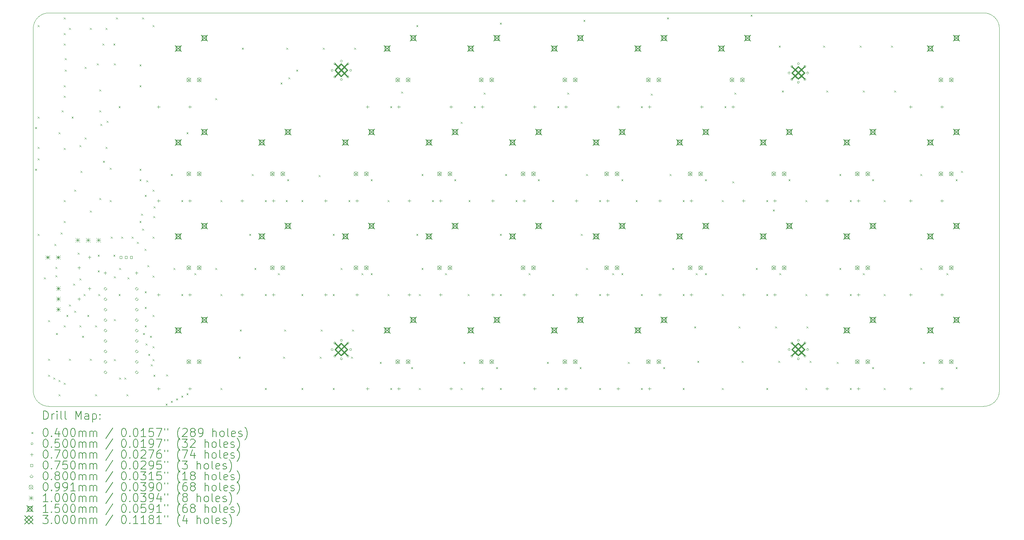
<source format=gbr>
%FSLAX45Y45*%
G04 Gerber Fmt 4.5, Leading zero omitted, Abs format (unit mm)*
G04 Created by KiCad (PCBNEW 6.0.6-3a73a75311~116~ubuntu20.04.1) date 2022-07-31 18:39:39*
%MOMM*%
%LPD*%
G01*
G04 APERTURE LIST*
%TA.AperFunction,Profile*%
%ADD10C,0.100000*%
%TD*%
%ADD11C,0.200000*%
%ADD12C,0.040000*%
%ADD13C,0.050000*%
%ADD14C,0.070000*%
%ADD15C,0.075000*%
%ADD16C,0.080000*%
%ADD17C,0.099060*%
%ADD18C,0.100000*%
%ADD19C,0.150000*%
%ADD20C,0.300000*%
G04 APERTURE END LIST*
D10*
X30734000Y-13335000D02*
X8001000Y-13335000D01*
X31115000Y-13716000D02*
G75*
G03*
X30734000Y-13335000I-381000J0D01*
G01*
X7620000Y-13716000D02*
X7620000Y-22527092D01*
X8001000Y-13335000D02*
G75*
G03*
X7620000Y-13716000I0J-381000D01*
G01*
X31115000Y-22527092D02*
X31115000Y-13716000D01*
X8001000Y-22908092D02*
X30734000Y-22908092D01*
X7619998Y-22527092D02*
G75*
G03*
X8001000Y-22908092I381002J2D01*
G01*
X30734000Y-22908090D02*
G75*
G03*
X31115000Y-22527092I0J381000D01*
G01*
D11*
D12*
X7663500Y-16109000D02*
X7703500Y-16149000D01*
X7703500Y-16109000D02*
X7663500Y-16149000D01*
X7663500Y-17125000D02*
X7703500Y-17165000D01*
X7703500Y-17125000D02*
X7663500Y-17165000D01*
X7727000Y-13632500D02*
X7767000Y-13672500D01*
X7767000Y-13632500D02*
X7727000Y-13672500D01*
X7727000Y-15855000D02*
X7767000Y-15895000D01*
X7767000Y-15855000D02*
X7727000Y-15895000D01*
X7727000Y-16591600D02*
X7767000Y-16631600D01*
X7767000Y-16591600D02*
X7727000Y-16631600D01*
X7727000Y-16871000D02*
X7767000Y-16911000D01*
X7767000Y-16871000D02*
X7727000Y-16911000D01*
X7727000Y-18712500D02*
X7767000Y-18752500D01*
X7767000Y-18712500D02*
X7727000Y-18752500D01*
X7879400Y-19766600D02*
X7919400Y-19806600D01*
X7919400Y-19766600D02*
X7879400Y-19806600D01*
X7981000Y-20808000D02*
X8021000Y-20848000D01*
X8021000Y-20808000D02*
X7981000Y-20848000D01*
X7981000Y-21747800D02*
X8021000Y-21787800D01*
X8021000Y-21747800D02*
X7981000Y-21787800D01*
X7981000Y-22141500D02*
X8021000Y-22181500D01*
X8021000Y-22141500D02*
X7981000Y-22181500D01*
X8108000Y-22205000D02*
X8148000Y-22245000D01*
X8148000Y-22205000D02*
X8108000Y-22245000D01*
X8133400Y-18953800D02*
X8173400Y-18993800D01*
X8173400Y-18953800D02*
X8133400Y-18993800D01*
X8158800Y-19512600D02*
X8198800Y-19552600D01*
X8198800Y-19512600D02*
X8158800Y-19552600D01*
X8158800Y-19715800D02*
X8198800Y-19755800D01*
X8198800Y-19715800D02*
X8158800Y-19755800D01*
X8171500Y-21125500D02*
X8211500Y-21165500D01*
X8211500Y-21125500D02*
X8171500Y-21165500D01*
X8235000Y-16236000D02*
X8275000Y-16276000D01*
X8275000Y-16236000D02*
X8235000Y-16276000D01*
X8235000Y-22268500D02*
X8275000Y-22308500D01*
X8275000Y-22268500D02*
X8235000Y-22308500D01*
X8235000Y-22611400D02*
X8275000Y-22651400D01*
X8275000Y-22611400D02*
X8235000Y-22651400D01*
X8285800Y-18674400D02*
X8325800Y-18714400D01*
X8325800Y-18674400D02*
X8285800Y-18714400D01*
X8311200Y-15702600D02*
X8351200Y-15742600D01*
X8351200Y-15702600D02*
X8311200Y-15742600D01*
X8362000Y-13442000D02*
X8402000Y-13482000D01*
X8402000Y-13442000D02*
X8362000Y-13482000D01*
X8362000Y-13823000D02*
X8402000Y-13863000D01*
X8402000Y-13823000D02*
X8362000Y-13863000D01*
X8362000Y-14077000D02*
X8402000Y-14117000D01*
X8402000Y-14077000D02*
X8362000Y-14117000D01*
X8362000Y-15093000D02*
X8402000Y-15133000D01*
X8402000Y-15093000D02*
X8362000Y-15133000D01*
X8362000Y-15347000D02*
X8402000Y-15387000D01*
X8402000Y-15347000D02*
X8362000Y-15387000D01*
X8362000Y-16617000D02*
X8402000Y-16657000D01*
X8402000Y-16617000D02*
X8362000Y-16657000D01*
X8362000Y-17887000D02*
X8402000Y-17927000D01*
X8402000Y-17887000D02*
X8362000Y-17927000D01*
X8362000Y-18395000D02*
X8402000Y-18435000D01*
X8402000Y-18395000D02*
X8362000Y-18435000D01*
X8362000Y-20935000D02*
X8402000Y-20975000D01*
X8402000Y-20935000D02*
X8362000Y-20975000D01*
X8362000Y-22332000D02*
X8402000Y-22372000D01*
X8402000Y-22332000D02*
X8362000Y-22372000D01*
X8387400Y-14432600D02*
X8427400Y-14472600D01*
X8427400Y-14432600D02*
X8387400Y-14472600D01*
X8387400Y-14712000D02*
X8427400Y-14752000D01*
X8427400Y-14712000D02*
X8387400Y-14752000D01*
X8425500Y-20681000D02*
X8465500Y-20721000D01*
X8465500Y-20681000D02*
X8425500Y-20721000D01*
X8489000Y-13696000D02*
X8529000Y-13736000D01*
X8529000Y-13696000D02*
X8489000Y-13736000D01*
X8489000Y-20427000D02*
X8529000Y-20467000D01*
X8529000Y-20427000D02*
X8489000Y-20467000D01*
X8489000Y-21747800D02*
X8529000Y-21787800D01*
X8529000Y-21747800D02*
X8489000Y-21787800D01*
X8552500Y-15855000D02*
X8592500Y-15895000D01*
X8592500Y-15855000D02*
X8552500Y-15895000D01*
X8590600Y-19919000D02*
X8630600Y-19959000D01*
X8630600Y-19919000D02*
X8590600Y-19959000D01*
X8616000Y-17633000D02*
X8656000Y-17673000D01*
X8656000Y-17633000D02*
X8616000Y-17673000D01*
X8616000Y-20579400D02*
X8656000Y-20619400D01*
X8656000Y-20579400D02*
X8616000Y-20619400D01*
X8700210Y-19167801D02*
X8740210Y-19207801D01*
X8740210Y-19167801D02*
X8700210Y-19207801D01*
X8743000Y-16553500D02*
X8783000Y-16593500D01*
X8783000Y-16553500D02*
X8743000Y-16593500D01*
X8743000Y-19792000D02*
X8783000Y-19832000D01*
X8783000Y-19792000D02*
X8743000Y-19832000D01*
X8743000Y-20935000D02*
X8783000Y-20975000D01*
X8783000Y-20935000D02*
X8743000Y-20975000D01*
X8768400Y-17175800D02*
X8808400Y-17215800D01*
X8808400Y-17175800D02*
X8768400Y-17215800D01*
X8806500Y-21189000D02*
X8846500Y-21229000D01*
X8846500Y-21189000D02*
X8806500Y-21229000D01*
X8844600Y-20173000D02*
X8884600Y-20213000D01*
X8884600Y-20173000D02*
X8844600Y-20213000D01*
X8870000Y-14648500D02*
X8910000Y-14688500D01*
X8910000Y-14648500D02*
X8870000Y-14688500D01*
X8870000Y-16363000D02*
X8910000Y-16403000D01*
X8910000Y-16363000D02*
X8870000Y-16403000D01*
X8933500Y-20681000D02*
X8973500Y-20721000D01*
X8973500Y-20681000D02*
X8933500Y-20721000D01*
X8997000Y-13696000D02*
X9037000Y-13736000D01*
X9037000Y-13696000D02*
X8997000Y-13736000D01*
X8997000Y-18141000D02*
X9037000Y-18181000D01*
X9037000Y-18141000D02*
X8997000Y-18181000D01*
X8997000Y-21747800D02*
X9037000Y-21787800D01*
X9037000Y-21747800D02*
X8997000Y-21787800D01*
X9124000Y-20935000D02*
X9164000Y-20975000D01*
X9164000Y-20935000D02*
X9124000Y-20975000D01*
X9124000Y-22611400D02*
X9164000Y-22651400D01*
X9164000Y-22611400D02*
X9124000Y-22651400D01*
X9167171Y-14561007D02*
X9207171Y-14601007D01*
X9207171Y-14561007D02*
X9167171Y-14601007D01*
X9187500Y-19220500D02*
X9227500Y-19260500D01*
X9227500Y-19220500D02*
X9187500Y-19260500D01*
X9187500Y-19601500D02*
X9227500Y-19641500D01*
X9227500Y-19601500D02*
X9187500Y-19641500D01*
X9200200Y-20173000D02*
X9240200Y-20213000D01*
X9240200Y-20173000D02*
X9200200Y-20213000D01*
X9225600Y-15194600D02*
X9265600Y-15234600D01*
X9265600Y-15194600D02*
X9225600Y-15234600D01*
X9225600Y-15702600D02*
X9265600Y-15742600D01*
X9265600Y-15702600D02*
X9225600Y-15742600D01*
X9225600Y-17836200D02*
X9265600Y-17876200D01*
X9265600Y-17836200D02*
X9225600Y-17876200D01*
X9251000Y-16032800D02*
X9291000Y-16072800D01*
X9291000Y-16032800D02*
X9251000Y-16072800D01*
X9301800Y-14077000D02*
X9341800Y-14117000D01*
X9341800Y-14077000D02*
X9301800Y-14117000D01*
X9314500Y-16934500D02*
X9354500Y-16974500D01*
X9354500Y-16934500D02*
X9314500Y-16974500D01*
X9378000Y-13696000D02*
X9418000Y-13736000D01*
X9418000Y-13696000D02*
X9378000Y-13736000D01*
X9378000Y-16591600D02*
X9418000Y-16631600D01*
X9418000Y-16591600D02*
X9378000Y-16631600D01*
X9403400Y-15956600D02*
X9443400Y-15996600D01*
X9443400Y-15956600D02*
X9403400Y-15996600D01*
X9479600Y-17099600D02*
X9519600Y-17139600D01*
X9519600Y-17099600D02*
X9479600Y-17139600D01*
X9479600Y-17887000D02*
X9519600Y-17927000D01*
X9519600Y-17887000D02*
X9479600Y-17927000D01*
X9505000Y-18776000D02*
X9545000Y-18816000D01*
X9545000Y-18776000D02*
X9505000Y-18816000D01*
X9568500Y-14077000D02*
X9608500Y-14117000D01*
X9608500Y-14077000D02*
X9568500Y-14117000D01*
X9568500Y-19220500D02*
X9608500Y-19260500D01*
X9608500Y-19220500D02*
X9568500Y-19260500D01*
X9581200Y-14559600D02*
X9621200Y-14599600D01*
X9621200Y-14559600D02*
X9581200Y-14599600D01*
X9581200Y-19741200D02*
X9621200Y-19781200D01*
X9621200Y-19741200D02*
X9581200Y-19781200D01*
X9581200Y-20782600D02*
X9621200Y-20822600D01*
X9621200Y-20782600D02*
X9581200Y-20822600D01*
X9581200Y-21760500D02*
X9621200Y-21800500D01*
X9621200Y-21760500D02*
X9581200Y-21800500D01*
X9632000Y-13442000D02*
X9672000Y-13482000D01*
X9672000Y-13442000D02*
X9632000Y-13482000D01*
X9695500Y-15601000D02*
X9735500Y-15641000D01*
X9735500Y-15601000D02*
X9695500Y-15641000D01*
X9695500Y-20173000D02*
X9735500Y-20213000D01*
X9735500Y-20173000D02*
X9695500Y-20213000D01*
X9708200Y-19538000D02*
X9748200Y-19578000D01*
X9748200Y-19538000D02*
X9708200Y-19578000D01*
X9708200Y-22205000D02*
X9748200Y-22245000D01*
X9748200Y-22205000D02*
X9708200Y-22245000D01*
X9759000Y-18776000D02*
X9799000Y-18816000D01*
X9799000Y-18776000D02*
X9759000Y-18816000D01*
X9835200Y-22205000D02*
X9875200Y-22245000D01*
X9875200Y-22205000D02*
X9835200Y-22245000D01*
X9886000Y-22611400D02*
X9926000Y-22651400D01*
X9926000Y-22611400D02*
X9886000Y-22651400D01*
X9911400Y-19766600D02*
X9951400Y-19806600D01*
X9951400Y-19766600D02*
X9911400Y-19806600D01*
X10013000Y-18776000D02*
X10053000Y-18816000D01*
X10053000Y-18776000D02*
X10013000Y-18816000D01*
X10140000Y-18903000D02*
X10180000Y-18943000D01*
X10180000Y-18903000D02*
X10140000Y-18943000D01*
X10203500Y-14585000D02*
X10243500Y-14625000D01*
X10243500Y-14585000D02*
X10203500Y-14625000D01*
X10203500Y-15093000D02*
X10243500Y-15133000D01*
X10243500Y-15093000D02*
X10203500Y-15133000D01*
X10203500Y-17125000D02*
X10243500Y-17165000D01*
X10243500Y-17125000D02*
X10203500Y-17165000D01*
X10203500Y-17379000D02*
X10243500Y-17419000D01*
X10243500Y-17379000D02*
X10203500Y-17419000D01*
X10203500Y-18395000D02*
X10243500Y-18435000D01*
X10243500Y-18395000D02*
X10203500Y-18435000D01*
X10241600Y-18217200D02*
X10281600Y-18257200D01*
X10281600Y-18217200D02*
X10241600Y-18257200D01*
X10267000Y-13442000D02*
X10307000Y-13482000D01*
X10307000Y-13442000D02*
X10267000Y-13482000D01*
X10267000Y-18585500D02*
X10307000Y-18625500D01*
X10307000Y-18585500D02*
X10267000Y-18625500D01*
X10289000Y-21125500D02*
X10329000Y-21165500D01*
X10329000Y-21125500D02*
X10289000Y-21165500D01*
X10326878Y-19077985D02*
X10366878Y-19117985D01*
X10366878Y-19077985D02*
X10326878Y-19117985D01*
X10330500Y-17760000D02*
X10370500Y-17800000D01*
X10370500Y-17760000D02*
X10330500Y-17800000D01*
X10330500Y-20109500D02*
X10370500Y-20149500D01*
X10370500Y-20109500D02*
X10330500Y-20149500D01*
X10330500Y-20490500D02*
X10370500Y-20530500D01*
X10370500Y-20490500D02*
X10330500Y-20530500D01*
X10330500Y-20935000D02*
X10370500Y-20975000D01*
X10370500Y-20935000D02*
X10330500Y-20975000D01*
X10352500Y-21379500D02*
X10392500Y-21419500D01*
X10392500Y-21379500D02*
X10352500Y-21419500D01*
X10368600Y-17404400D02*
X10408600Y-17444400D01*
X10408600Y-17404400D02*
X10368600Y-17444400D01*
X10394000Y-19474500D02*
X10434000Y-19514500D01*
X10434000Y-19474500D02*
X10394000Y-19514500D01*
X10416000Y-21633500D02*
X10456000Y-21673500D01*
X10456000Y-21633500D02*
X10416000Y-21673500D01*
X10457500Y-21189000D02*
X10497500Y-21229000D01*
X10497500Y-21189000D02*
X10457500Y-21229000D01*
X10479500Y-21887500D02*
X10519500Y-21927500D01*
X10519500Y-21887500D02*
X10479500Y-21927500D01*
X10521000Y-13632500D02*
X10561000Y-13672500D01*
X10561000Y-13632500D02*
X10521000Y-13672500D01*
X10521000Y-17633000D02*
X10561000Y-17673000D01*
X10561000Y-17633000D02*
X10521000Y-17673000D01*
X10521000Y-18776000D02*
X10561000Y-18816000D01*
X10561000Y-18776000D02*
X10521000Y-18816000D01*
X10521000Y-19728500D02*
X10561000Y-19768500D01*
X10561000Y-19728500D02*
X10521000Y-19768500D01*
X10521000Y-20681000D02*
X10561000Y-20721000D01*
X10561000Y-20681000D02*
X10521000Y-20721000D01*
X10521000Y-21443000D02*
X10561000Y-21483000D01*
X10561000Y-21443000D02*
X10521000Y-21483000D01*
X10521000Y-21760500D02*
X10561000Y-21800500D01*
X10561000Y-21760500D02*
X10521000Y-21800500D01*
X10539894Y-18282438D02*
X10579894Y-18322438D01*
X10579894Y-18282438D02*
X10539894Y-18322438D01*
X10543000Y-22141500D02*
X10583000Y-22181500D01*
X10583000Y-22141500D02*
X10543000Y-22181500D01*
X10546400Y-18039400D02*
X10586400Y-18079400D01*
X10586400Y-18039400D02*
X10546400Y-18079400D01*
X10838500Y-22840000D02*
X10878500Y-22880000D01*
X10878500Y-22840000D02*
X10838500Y-22880000D01*
X10851200Y-22128800D02*
X10891200Y-22168800D01*
X10891200Y-22128800D02*
X10851200Y-22168800D01*
X10965500Y-17252000D02*
X11005500Y-17292000D01*
X11005500Y-17252000D02*
X10965500Y-17292000D01*
X10965500Y-22776500D02*
X11005500Y-22816500D01*
X11005500Y-22776500D02*
X10965500Y-22816500D01*
X11029000Y-19538000D02*
X11069000Y-19578000D01*
X11069000Y-19538000D02*
X11029000Y-19578000D01*
X11092500Y-22713000D02*
X11132500Y-22753000D01*
X11132500Y-22713000D02*
X11092500Y-22753000D01*
X11219500Y-17887000D02*
X11259500Y-17927000D01*
X11259500Y-17887000D02*
X11219500Y-17927000D01*
X11219500Y-20173000D02*
X11259500Y-20213000D01*
X11259500Y-20173000D02*
X11219500Y-20213000D01*
X11219500Y-22649500D02*
X11259500Y-22689500D01*
X11259500Y-22649500D02*
X11219500Y-22689500D01*
X11346500Y-16236000D02*
X11386500Y-16276000D01*
X11386500Y-16236000D02*
X11346500Y-16276000D01*
X11346500Y-22586000D02*
X11386500Y-22626000D01*
X11386500Y-22586000D02*
X11346500Y-22626000D01*
X11537000Y-19665000D02*
X11577000Y-19705000D01*
X11577000Y-19665000D02*
X11537000Y-19705000D01*
X12045000Y-15410500D02*
X12085000Y-15450500D01*
X12085000Y-15410500D02*
X12045000Y-15450500D01*
X12045000Y-19538000D02*
X12085000Y-19578000D01*
X12085000Y-19538000D02*
X12045000Y-19578000D01*
X12172000Y-17887000D02*
X12212000Y-17927000D01*
X12212000Y-17887000D02*
X12172000Y-17927000D01*
X12172000Y-20173000D02*
X12212000Y-20213000D01*
X12212000Y-20173000D02*
X12172000Y-20213000D01*
X12172000Y-22459000D02*
X12212000Y-22499000D01*
X12212000Y-22459000D02*
X12172000Y-22499000D01*
X12616500Y-21697000D02*
X12656500Y-21737000D01*
X12656500Y-21697000D02*
X12616500Y-21737000D01*
X12641900Y-21036600D02*
X12681900Y-21076600D01*
X12681900Y-21036600D02*
X12641900Y-21076600D01*
X12692700Y-14178600D02*
X12732700Y-14218600D01*
X12732700Y-14178600D02*
X12692700Y-14218600D01*
X12870500Y-18712500D02*
X12910500Y-18752500D01*
X12910500Y-18712500D02*
X12870500Y-18752500D01*
X12934000Y-17252000D02*
X12974000Y-17292000D01*
X12974000Y-17252000D02*
X12934000Y-17292000D01*
X12997500Y-19538000D02*
X13037500Y-19578000D01*
X13037500Y-19538000D02*
X12997500Y-19578000D01*
X13251500Y-17887000D02*
X13291500Y-17927000D01*
X13291500Y-17887000D02*
X13251500Y-17927000D01*
X13251500Y-20173000D02*
X13291500Y-20213000D01*
X13291500Y-20173000D02*
X13251500Y-20213000D01*
X13251500Y-22459000D02*
X13291500Y-22499000D01*
X13291500Y-22459000D02*
X13251500Y-22499000D01*
X13569000Y-19665000D02*
X13609000Y-19705000D01*
X13609000Y-19665000D02*
X13569000Y-19705000D01*
X13632500Y-15029500D02*
X13672500Y-15069500D01*
X13672500Y-15029500D02*
X13632500Y-15069500D01*
X13696000Y-21697000D02*
X13736000Y-21737000D01*
X13736000Y-21697000D02*
X13696000Y-21737000D01*
X13721400Y-21036600D02*
X13761400Y-21076600D01*
X13761400Y-21036600D02*
X13721400Y-21076600D01*
X13759500Y-17887000D02*
X13799500Y-17927000D01*
X13799500Y-17887000D02*
X13759500Y-17927000D01*
X13772200Y-14178600D02*
X13812200Y-14218600D01*
X13812200Y-14178600D02*
X13772200Y-14218600D01*
X13795000Y-17379000D02*
X13835000Y-17419000D01*
X13835000Y-17379000D02*
X13795000Y-17419000D01*
X13823000Y-14902500D02*
X13863000Y-14942500D01*
X13863000Y-14902500D02*
X13823000Y-14942500D01*
X14013500Y-14712000D02*
X14053500Y-14752000D01*
X14053500Y-14712000D02*
X14013500Y-14752000D01*
X14140500Y-17887000D02*
X14180500Y-17927000D01*
X14180500Y-17887000D02*
X14140500Y-17927000D01*
X14140500Y-20173000D02*
X14180500Y-20213000D01*
X14180500Y-20173000D02*
X14140500Y-20213000D01*
X14140500Y-22459000D02*
X14180500Y-22499000D01*
X14180500Y-22459000D02*
X14140500Y-22499000D01*
X14559600Y-17277400D02*
X14599600Y-17317400D01*
X14599600Y-17277400D02*
X14559600Y-17317400D01*
X14585000Y-21697000D02*
X14625000Y-21737000D01*
X14625000Y-21697000D02*
X14585000Y-21737000D01*
X14610400Y-21036600D02*
X14650400Y-21076600D01*
X14650400Y-21036600D02*
X14610400Y-21076600D01*
X14661200Y-14178600D02*
X14701200Y-14218600D01*
X14701200Y-14178600D02*
X14661200Y-14218600D01*
X14902500Y-18712500D02*
X14942500Y-18752500D01*
X14942500Y-18712500D02*
X14902500Y-18752500D01*
X14902500Y-20173000D02*
X14942500Y-20213000D01*
X14942500Y-20173000D02*
X14902500Y-20213000D01*
X14902500Y-22459000D02*
X14942500Y-22499000D01*
X14942500Y-22459000D02*
X14902500Y-22499000D01*
X15093000Y-19538000D02*
X15133000Y-19578000D01*
X15133000Y-19538000D02*
X15093000Y-19578000D01*
X15283500Y-17887000D02*
X15323500Y-17927000D01*
X15323500Y-17887000D02*
X15283500Y-17927000D01*
X15347000Y-21697000D02*
X15387000Y-21737000D01*
X15387000Y-21697000D02*
X15347000Y-21737000D01*
X15372400Y-21036600D02*
X15412400Y-21076600D01*
X15412400Y-21036600D02*
X15372400Y-21076600D01*
X15423200Y-14178600D02*
X15463200Y-14218600D01*
X15463200Y-14178600D02*
X15423200Y-14218600D01*
X15601000Y-19665000D02*
X15641000Y-19705000D01*
X15641000Y-19665000D02*
X15601000Y-19705000D01*
X15827000Y-17379000D02*
X15867000Y-17419000D01*
X15867000Y-17379000D02*
X15827000Y-17419000D01*
X15827000Y-19665000D02*
X15867000Y-19705000D01*
X15867000Y-19665000D02*
X15827000Y-19705000D01*
X16045500Y-21824000D02*
X16085500Y-21864000D01*
X16085500Y-21824000D02*
X16045500Y-21864000D01*
X16236000Y-17887000D02*
X16276000Y-17927000D01*
X16276000Y-17887000D02*
X16236000Y-17927000D01*
X16236000Y-20173000D02*
X16276000Y-20213000D01*
X16276000Y-20173000D02*
X16236000Y-20213000D01*
X16299500Y-15601000D02*
X16339500Y-15641000D01*
X16339500Y-15601000D02*
X16299500Y-15641000D01*
X16299500Y-22459000D02*
X16339500Y-22499000D01*
X16339500Y-22459000D02*
X16299500Y-22499000D01*
X16566200Y-15245400D02*
X16606200Y-15285400D01*
X16606200Y-15245400D02*
X16566200Y-15285400D01*
X16807500Y-21951000D02*
X16847500Y-21991000D01*
X16847500Y-21951000D02*
X16807500Y-21991000D01*
X16934500Y-13632500D02*
X16974500Y-13672500D01*
X16974500Y-13632500D02*
X16934500Y-13672500D01*
X16934500Y-18712500D02*
X16974500Y-18752500D01*
X16974500Y-18712500D02*
X16934500Y-18752500D01*
X16998000Y-20173000D02*
X17038000Y-20213000D01*
X17038000Y-20173000D02*
X16998000Y-20213000D01*
X16998000Y-22459000D02*
X17038000Y-22499000D01*
X17038000Y-22459000D02*
X16998000Y-22499000D01*
X17061500Y-17252000D02*
X17101500Y-17292000D01*
X17101500Y-17252000D02*
X17061500Y-17292000D01*
X17061500Y-19538000D02*
X17101500Y-19578000D01*
X17101500Y-19538000D02*
X17061500Y-19578000D01*
X17315500Y-17887000D02*
X17355500Y-17927000D01*
X17355500Y-17887000D02*
X17315500Y-17927000D01*
X17633000Y-19665000D02*
X17673000Y-19705000D01*
X17673000Y-19665000D02*
X17633000Y-19705000D01*
X17859000Y-17379000D02*
X17899000Y-17419000D01*
X17899000Y-17379000D02*
X17859000Y-17419000D01*
X18014000Y-15982000D02*
X18054000Y-16022000D01*
X18054000Y-15982000D02*
X18014000Y-16022000D01*
X18014000Y-22459000D02*
X18054000Y-22499000D01*
X18054000Y-22459000D02*
X18014000Y-22499000D01*
X18077500Y-21824000D02*
X18117500Y-21864000D01*
X18117500Y-21824000D02*
X18077500Y-21864000D01*
X18184641Y-20176671D02*
X18224641Y-20216671D01*
X18224641Y-20176671D02*
X18184641Y-20216671D01*
X18204500Y-17887000D02*
X18244500Y-17927000D01*
X18244500Y-17887000D02*
X18204500Y-17927000D01*
X18331500Y-15601000D02*
X18371500Y-15641000D01*
X18371500Y-15601000D02*
X18331500Y-15641000D01*
X18572800Y-15270800D02*
X18612800Y-15310800D01*
X18612800Y-15270800D02*
X18572800Y-15310800D01*
X18875000Y-21951000D02*
X18915000Y-21991000D01*
X18915000Y-21951000D02*
X18875000Y-21991000D01*
X18966500Y-13569000D02*
X19006500Y-13609000D01*
X19006500Y-13569000D02*
X18966500Y-13609000D01*
X18966500Y-18712500D02*
X19006500Y-18752500D01*
X19006500Y-18712500D02*
X18966500Y-18752500D01*
X18966500Y-20173000D02*
X19006500Y-20213000D01*
X19006500Y-20173000D02*
X18966500Y-20213000D01*
X18966500Y-22459000D02*
X19006500Y-22499000D01*
X19006500Y-22459000D02*
X18966500Y-22499000D01*
X19093500Y-17252000D02*
X19133500Y-17292000D01*
X19133500Y-17252000D02*
X19093500Y-17292000D01*
X19347500Y-17887000D02*
X19387500Y-17927000D01*
X19387500Y-17887000D02*
X19347500Y-17927000D01*
X19665000Y-19665000D02*
X19705000Y-19705000D01*
X19705000Y-19665000D02*
X19665000Y-19705000D01*
X19891000Y-17379000D02*
X19931000Y-17419000D01*
X19931000Y-17379000D02*
X19891000Y-17419000D01*
X20109500Y-21824000D02*
X20149500Y-21864000D01*
X20149500Y-21824000D02*
X20109500Y-21864000D01*
X20236500Y-17887000D02*
X20276500Y-17927000D01*
X20276500Y-17887000D02*
X20236500Y-17927000D01*
X20236500Y-20173000D02*
X20276500Y-20213000D01*
X20276500Y-20173000D02*
X20236500Y-20213000D01*
X20363500Y-15601000D02*
X20403500Y-15641000D01*
X20403500Y-15601000D02*
X20363500Y-15641000D01*
X20363500Y-22459000D02*
X20403500Y-22499000D01*
X20403500Y-22459000D02*
X20363500Y-22499000D01*
X20604800Y-15270800D02*
X20644800Y-15310800D01*
X20644800Y-15270800D02*
X20604800Y-15310800D01*
X20907000Y-21951000D02*
X20947000Y-21991000D01*
X20947000Y-21951000D02*
X20907000Y-21991000D01*
X20935000Y-18712500D02*
X20975000Y-18752500D01*
X20975000Y-18712500D02*
X20935000Y-18752500D01*
X20998500Y-13505500D02*
X21038500Y-13545500D01*
X21038500Y-13505500D02*
X20998500Y-13545500D01*
X21062000Y-17252000D02*
X21102000Y-17292000D01*
X21102000Y-17252000D02*
X21062000Y-17292000D01*
X21062000Y-19538000D02*
X21102000Y-19578000D01*
X21102000Y-19538000D02*
X21062000Y-19578000D01*
X21379500Y-17887000D02*
X21419500Y-17927000D01*
X21419500Y-17887000D02*
X21379500Y-17927000D01*
X21379500Y-20173000D02*
X21419500Y-20213000D01*
X21419500Y-20173000D02*
X21379500Y-20213000D01*
X21379500Y-22459000D02*
X21419500Y-22499000D01*
X21419500Y-22459000D02*
X21379500Y-22499000D01*
X21697000Y-19665000D02*
X21737000Y-19705000D01*
X21737000Y-19665000D02*
X21697000Y-19705000D01*
X21923000Y-17379000D02*
X21963000Y-17419000D01*
X21963000Y-17379000D02*
X21923000Y-17419000D01*
X21923000Y-19665000D02*
X21963000Y-19705000D01*
X21963000Y-19665000D02*
X21923000Y-19705000D01*
X22078000Y-21824000D02*
X22118000Y-21864000D01*
X22118000Y-21824000D02*
X22078000Y-21864000D01*
X22268500Y-17887000D02*
X22308500Y-17927000D01*
X22308500Y-17887000D02*
X22268500Y-17927000D01*
X22395500Y-15601000D02*
X22435500Y-15641000D01*
X22435500Y-15601000D02*
X22395500Y-15641000D01*
X22395500Y-20173000D02*
X22435500Y-20213000D01*
X22435500Y-20173000D02*
X22395500Y-20213000D01*
X22395500Y-22459000D02*
X22435500Y-22499000D01*
X22435500Y-22459000D02*
X22395500Y-22499000D01*
X22636800Y-15296200D02*
X22676800Y-15336200D01*
X22676800Y-15296200D02*
X22636800Y-15336200D01*
X22939000Y-21951000D02*
X22979000Y-21991000D01*
X22979000Y-21951000D02*
X22939000Y-21991000D01*
X23030500Y-13442000D02*
X23070500Y-13482000D01*
X23070500Y-13442000D02*
X23030500Y-13482000D01*
X23094000Y-17252000D02*
X23134000Y-17292000D01*
X23134000Y-17252000D02*
X23094000Y-17292000D01*
X23157500Y-19538000D02*
X23197500Y-19578000D01*
X23197500Y-19538000D02*
X23157500Y-19578000D01*
X23411500Y-17887000D02*
X23451500Y-17927000D01*
X23451500Y-17887000D02*
X23411500Y-17927000D01*
X23411500Y-20173000D02*
X23451500Y-20213000D01*
X23451500Y-20173000D02*
X23411500Y-20213000D01*
X23411500Y-22459000D02*
X23451500Y-22499000D01*
X23451500Y-22459000D02*
X23411500Y-22499000D01*
X23690900Y-20960400D02*
X23730900Y-21000400D01*
X23730900Y-20960400D02*
X23690900Y-21000400D01*
X23729000Y-19665000D02*
X23769000Y-19705000D01*
X23769000Y-19665000D02*
X23729000Y-19705000D01*
X23767100Y-21798600D02*
X23807100Y-21838600D01*
X23807100Y-21798600D02*
X23767100Y-21838600D01*
X23955000Y-17379000D02*
X23995000Y-17419000D01*
X23995000Y-17379000D02*
X23955000Y-17419000D01*
X23955000Y-19665000D02*
X23995000Y-19705000D01*
X23995000Y-19665000D02*
X23955000Y-19705000D01*
X24364000Y-17887000D02*
X24404000Y-17927000D01*
X24404000Y-17887000D02*
X24364000Y-17927000D01*
X24364000Y-20173000D02*
X24404000Y-20213000D01*
X24404000Y-20173000D02*
X24364000Y-20213000D01*
X24364000Y-22459000D02*
X24404000Y-22499000D01*
X24404000Y-22459000D02*
X24364000Y-22499000D01*
X24427500Y-15601000D02*
X24467500Y-15641000D01*
X24467500Y-15601000D02*
X24427500Y-15641000D01*
X24618000Y-17429800D02*
X24658000Y-17469800D01*
X24658000Y-17429800D02*
X24618000Y-17469800D01*
X24668800Y-15270800D02*
X24708800Y-15310800D01*
X24708800Y-15270800D02*
X24668800Y-15310800D01*
X24770400Y-20960400D02*
X24810400Y-21000400D01*
X24810400Y-20960400D02*
X24770400Y-21000400D01*
X24846600Y-21798600D02*
X24886600Y-21838600D01*
X24886600Y-21798600D02*
X24846600Y-21838600D01*
X25062500Y-13378500D02*
X25102500Y-13418500D01*
X25102500Y-13378500D02*
X25062500Y-13418500D01*
X25189500Y-19538000D02*
X25229500Y-19578000D01*
X25229500Y-19538000D02*
X25189500Y-19578000D01*
X25443500Y-17887000D02*
X25483500Y-17927000D01*
X25483500Y-17887000D02*
X25443500Y-17927000D01*
X25443500Y-20173000D02*
X25483500Y-20213000D01*
X25483500Y-20173000D02*
X25443500Y-20213000D01*
X25443500Y-22459000D02*
X25483500Y-22499000D01*
X25483500Y-22459000D02*
X25443500Y-22499000D01*
X25606000Y-18118000D02*
X25646000Y-18158000D01*
X25646000Y-18118000D02*
X25606000Y-18158000D01*
X25659400Y-20960400D02*
X25699400Y-21000400D01*
X25699400Y-20960400D02*
X25659400Y-21000400D01*
X25735600Y-21798600D02*
X25775600Y-21838600D01*
X25775600Y-21798600D02*
X25735600Y-21838600D01*
X25748300Y-14127800D02*
X25788300Y-14167800D01*
X25788300Y-14127800D02*
X25748300Y-14167800D01*
X25761000Y-19665000D02*
X25801000Y-19705000D01*
X25801000Y-19665000D02*
X25761000Y-19705000D01*
X25824500Y-15220000D02*
X25864500Y-15260000D01*
X25864500Y-15220000D02*
X25824500Y-15260000D01*
X25987000Y-17379000D02*
X26027000Y-17419000D01*
X26027000Y-17379000D02*
X25987000Y-17419000D01*
X26396000Y-17887000D02*
X26436000Y-17927000D01*
X26436000Y-17887000D02*
X26396000Y-17927000D01*
X26396000Y-20173000D02*
X26436000Y-20213000D01*
X26436000Y-20173000D02*
X26396000Y-20213000D01*
X26396000Y-22459000D02*
X26436000Y-22499000D01*
X26436000Y-22459000D02*
X26396000Y-22499000D01*
X26421400Y-20960400D02*
X26461400Y-21000400D01*
X26461400Y-20960400D02*
X26421400Y-21000400D01*
X26497600Y-21798600D02*
X26537600Y-21838600D01*
X26537600Y-21798600D02*
X26497600Y-21838600D01*
X26827800Y-14127800D02*
X26867800Y-14167800D01*
X26867800Y-14127800D02*
X26827800Y-14167800D01*
X26904000Y-15220000D02*
X26944000Y-15260000D01*
X26944000Y-15220000D02*
X26904000Y-15260000D01*
X27158000Y-21824000D02*
X27198000Y-21864000D01*
X27198000Y-21824000D02*
X27158000Y-21864000D01*
X27221500Y-17252000D02*
X27261500Y-17292000D01*
X27261500Y-17252000D02*
X27221500Y-17292000D01*
X27221500Y-19538000D02*
X27261500Y-19578000D01*
X27261500Y-19538000D02*
X27221500Y-19578000D01*
X27475500Y-17887000D02*
X27515500Y-17927000D01*
X27515500Y-17887000D02*
X27475500Y-17927000D01*
X27475500Y-20173000D02*
X27515500Y-20213000D01*
X27515500Y-20173000D02*
X27475500Y-20213000D01*
X27475500Y-22459000D02*
X27515500Y-22499000D01*
X27515500Y-22459000D02*
X27475500Y-22499000D01*
X27716800Y-14127800D02*
X27756800Y-14167800D01*
X27756800Y-14127800D02*
X27716800Y-14167800D01*
X27793000Y-15220000D02*
X27833000Y-15260000D01*
X27833000Y-15220000D02*
X27793000Y-15260000D01*
X27793000Y-19665000D02*
X27833000Y-19705000D01*
X27833000Y-19665000D02*
X27793000Y-19705000D01*
X28019000Y-17379000D02*
X28059000Y-17419000D01*
X28059000Y-17379000D02*
X28019000Y-17419000D01*
X28019000Y-21951000D02*
X28059000Y-21991000D01*
X28059000Y-21951000D02*
X28019000Y-21991000D01*
X28301000Y-17887000D02*
X28341000Y-17927000D01*
X28341000Y-17887000D02*
X28301000Y-17927000D01*
X28301000Y-20173000D02*
X28341000Y-20213000D01*
X28341000Y-20173000D02*
X28301000Y-20213000D01*
X28301000Y-22459000D02*
X28341000Y-22499000D01*
X28341000Y-22459000D02*
X28301000Y-22499000D01*
X28478800Y-14127800D02*
X28518800Y-14167800D01*
X28518800Y-14127800D02*
X28478800Y-14167800D01*
X28555000Y-15220000D02*
X28595000Y-15260000D01*
X28595000Y-15220000D02*
X28555000Y-15260000D01*
X29190000Y-17252000D02*
X29230000Y-17292000D01*
X29230000Y-17252000D02*
X29190000Y-17292000D01*
X29190000Y-19538000D02*
X29230000Y-19578000D01*
X29230000Y-19538000D02*
X29190000Y-19578000D01*
X29253500Y-21824000D02*
X29293500Y-21864000D01*
X29293500Y-21824000D02*
X29253500Y-21864000D01*
X29825000Y-19665000D02*
X29865000Y-19705000D01*
X29865000Y-19665000D02*
X29825000Y-19705000D01*
X30051000Y-17379000D02*
X30091000Y-17419000D01*
X30091000Y-17379000D02*
X30051000Y-17419000D01*
X30051000Y-21951000D02*
X30091000Y-21991000D01*
X30091000Y-21951000D02*
X30051000Y-21991000D01*
X30180600Y-17175800D02*
X30220600Y-17215800D01*
X30220600Y-17175800D02*
X30180600Y-17215800D01*
D13*
X14913000Y-14732000D02*
G75*
G03*
X14913000Y-14732000I-25000J0D01*
G01*
X14913000Y-21526500D02*
G75*
G03*
X14913000Y-21526500I-25000J0D01*
G01*
X14978901Y-14572901D02*
G75*
G03*
X14978901Y-14572901I-25000J0D01*
G01*
X14978901Y-14891099D02*
G75*
G03*
X14978901Y-14891099I-25000J0D01*
G01*
X14978901Y-21367401D02*
G75*
G03*
X14978901Y-21367401I-25000J0D01*
G01*
X14978901Y-21685599D02*
G75*
G03*
X14978901Y-21685599I-25000J0D01*
G01*
X15138000Y-14507000D02*
G75*
G03*
X15138000Y-14507000I-25000J0D01*
G01*
X15138000Y-14957000D02*
G75*
G03*
X15138000Y-14957000I-25000J0D01*
G01*
X15138000Y-21301500D02*
G75*
G03*
X15138000Y-21301500I-25000J0D01*
G01*
X15138000Y-21751500D02*
G75*
G03*
X15138000Y-21751500I-25000J0D01*
G01*
X15297099Y-14572901D02*
G75*
G03*
X15297099Y-14572901I-25000J0D01*
G01*
X15297099Y-14891099D02*
G75*
G03*
X15297099Y-14891099I-25000J0D01*
G01*
X15297099Y-21367401D02*
G75*
G03*
X15297099Y-21367401I-25000J0D01*
G01*
X15297099Y-21685599D02*
G75*
G03*
X15297099Y-21685599I-25000J0D01*
G01*
X15363000Y-14732000D02*
G75*
G03*
X15363000Y-14732000I-25000J0D01*
G01*
X15363000Y-21526500D02*
G75*
G03*
X15363000Y-21526500I-25000J0D01*
G01*
X26025500Y-14795500D02*
G75*
G03*
X26025500Y-14795500I-25000J0D01*
G01*
X26025500Y-21526500D02*
G75*
G03*
X26025500Y-21526500I-25000J0D01*
G01*
X26091401Y-14636401D02*
G75*
G03*
X26091401Y-14636401I-25000J0D01*
G01*
X26091401Y-14954599D02*
G75*
G03*
X26091401Y-14954599I-25000J0D01*
G01*
X26091401Y-21367401D02*
G75*
G03*
X26091401Y-21367401I-25000J0D01*
G01*
X26091401Y-21685599D02*
G75*
G03*
X26091401Y-21685599I-25000J0D01*
G01*
X26250500Y-14570500D02*
G75*
G03*
X26250500Y-14570500I-25000J0D01*
G01*
X26250500Y-15020500D02*
G75*
G03*
X26250500Y-15020500I-25000J0D01*
G01*
X26250500Y-21301500D02*
G75*
G03*
X26250500Y-21301500I-25000J0D01*
G01*
X26250500Y-21751500D02*
G75*
G03*
X26250500Y-21751500I-25000J0D01*
G01*
X26409599Y-14636401D02*
G75*
G03*
X26409599Y-14636401I-25000J0D01*
G01*
X26409599Y-14954599D02*
G75*
G03*
X26409599Y-14954599I-25000J0D01*
G01*
X26409599Y-21367401D02*
G75*
G03*
X26409599Y-21367401I-25000J0D01*
G01*
X26409599Y-21685599D02*
G75*
G03*
X26409599Y-21685599I-25000J0D01*
G01*
X26475500Y-14795500D02*
G75*
G03*
X26475500Y-14795500I-25000J0D01*
G01*
X26475500Y-21526500D02*
G75*
G03*
X26475500Y-21526500I-25000J0D01*
G01*
D14*
X8735000Y-19500000D02*
X8735000Y-19570000D01*
X8700000Y-19535000D02*
X8770000Y-19535000D01*
X8735000Y-20262000D02*
X8735000Y-20332000D01*
X8700000Y-20297000D02*
X8770000Y-20297000D01*
X8989000Y-19246000D02*
X8989000Y-19316000D01*
X8954000Y-19281000D02*
X9024000Y-19281000D01*
X8989000Y-20008000D02*
X8989000Y-20078000D01*
X8954000Y-20043000D02*
X9024000Y-20043000D01*
X9370000Y-19627000D02*
X9370000Y-19697000D01*
X9335000Y-19662000D02*
X9405000Y-19662000D01*
X10132000Y-19627000D02*
X10132000Y-19697000D01*
X10097000Y-19662000D02*
X10167000Y-19662000D01*
X10668000Y-15586000D02*
X10668000Y-15656000D01*
X10633000Y-15621000D02*
X10703000Y-15621000D01*
X10668000Y-17872000D02*
X10668000Y-17942000D01*
X10633000Y-17907000D02*
X10703000Y-17907000D01*
X10668000Y-20158000D02*
X10668000Y-20228000D01*
X10633000Y-20193000D02*
X10703000Y-20193000D01*
X10668000Y-22444000D02*
X10668000Y-22514000D01*
X10633000Y-22479000D02*
X10703000Y-22479000D01*
X11430000Y-15586000D02*
X11430000Y-15656000D01*
X11395000Y-15621000D02*
X11465000Y-15621000D01*
X11430000Y-17872000D02*
X11430000Y-17942000D01*
X11395000Y-17907000D02*
X11465000Y-17907000D01*
X11430000Y-20158000D02*
X11430000Y-20228000D01*
X11395000Y-20193000D02*
X11465000Y-20193000D01*
X11430000Y-22444000D02*
X11430000Y-22514000D01*
X11395000Y-22479000D02*
X11465000Y-22479000D01*
X12700000Y-17872000D02*
X12700000Y-17942000D01*
X12665000Y-17907000D02*
X12735000Y-17907000D01*
X12700000Y-20158000D02*
X12700000Y-20228000D01*
X12665000Y-20193000D02*
X12735000Y-20193000D01*
X13462000Y-17872000D02*
X13462000Y-17942000D01*
X13427000Y-17907000D02*
X13497000Y-17907000D01*
X13462000Y-20158000D02*
X13462000Y-20228000D01*
X13427000Y-20193000D02*
X13497000Y-20193000D01*
X14732000Y-17872000D02*
X14732000Y-17942000D01*
X14697000Y-17907000D02*
X14767000Y-17907000D01*
X14732000Y-20158000D02*
X14732000Y-20228000D01*
X14697000Y-20193000D02*
X14767000Y-20193000D01*
X15494000Y-17872000D02*
X15494000Y-17942000D01*
X15459000Y-17907000D02*
X15529000Y-17907000D01*
X15494000Y-20158000D02*
X15494000Y-20228000D01*
X15459000Y-20193000D02*
X15529000Y-20193000D01*
X15748000Y-15586000D02*
X15748000Y-15656000D01*
X15713000Y-15621000D02*
X15783000Y-15621000D01*
X15748000Y-22444000D02*
X15748000Y-22514000D01*
X15713000Y-22479000D02*
X15783000Y-22479000D01*
X16510000Y-15586000D02*
X16510000Y-15656000D01*
X16475000Y-15621000D02*
X16545000Y-15621000D01*
X16510000Y-22444000D02*
X16510000Y-22514000D01*
X16475000Y-22479000D02*
X16545000Y-22479000D01*
X16764000Y-17872000D02*
X16764000Y-17942000D01*
X16729000Y-17907000D02*
X16799000Y-17907000D01*
X16764000Y-20158000D02*
X16764000Y-20228000D01*
X16729000Y-20193000D02*
X16799000Y-20193000D01*
X17526000Y-17872000D02*
X17526000Y-17942000D01*
X17491000Y-17907000D02*
X17561000Y-17907000D01*
X17526000Y-20158000D02*
X17526000Y-20228000D01*
X17491000Y-20193000D02*
X17561000Y-20193000D01*
X17780000Y-15586000D02*
X17780000Y-15656000D01*
X17745000Y-15621000D02*
X17815000Y-15621000D01*
X17780000Y-22444000D02*
X17780000Y-22514000D01*
X17745000Y-22479000D02*
X17815000Y-22479000D01*
X18542000Y-15586000D02*
X18542000Y-15656000D01*
X18507000Y-15621000D02*
X18577000Y-15621000D01*
X18542000Y-22444000D02*
X18542000Y-22514000D01*
X18507000Y-22479000D02*
X18577000Y-22479000D01*
X18796000Y-17872000D02*
X18796000Y-17942000D01*
X18761000Y-17907000D02*
X18831000Y-17907000D01*
X18796000Y-20158000D02*
X18796000Y-20228000D01*
X18761000Y-20193000D02*
X18831000Y-20193000D01*
X19558000Y-17872000D02*
X19558000Y-17942000D01*
X19523000Y-17907000D02*
X19593000Y-17907000D01*
X19558000Y-20158000D02*
X19558000Y-20228000D01*
X19523000Y-20193000D02*
X19593000Y-20193000D01*
X19812000Y-15586000D02*
X19812000Y-15656000D01*
X19777000Y-15621000D02*
X19847000Y-15621000D01*
X19812000Y-22444000D02*
X19812000Y-22514000D01*
X19777000Y-22479000D02*
X19847000Y-22479000D01*
X20574000Y-15586000D02*
X20574000Y-15656000D01*
X20539000Y-15621000D02*
X20609000Y-15621000D01*
X20574000Y-22444000D02*
X20574000Y-22514000D01*
X20539000Y-22479000D02*
X20609000Y-22479000D01*
X20828000Y-17872000D02*
X20828000Y-17942000D01*
X20793000Y-17907000D02*
X20863000Y-17907000D01*
X20828000Y-20158000D02*
X20828000Y-20228000D01*
X20793000Y-20193000D02*
X20863000Y-20193000D01*
X21590000Y-17872000D02*
X21590000Y-17942000D01*
X21555000Y-17907000D02*
X21625000Y-17907000D01*
X21590000Y-20158000D02*
X21590000Y-20228000D01*
X21555000Y-20193000D02*
X21625000Y-20193000D01*
X21844000Y-15586000D02*
X21844000Y-15656000D01*
X21809000Y-15621000D02*
X21879000Y-15621000D01*
X21844000Y-22444000D02*
X21844000Y-22514000D01*
X21809000Y-22479000D02*
X21879000Y-22479000D01*
X22606000Y-15586000D02*
X22606000Y-15656000D01*
X22571000Y-15621000D02*
X22641000Y-15621000D01*
X22606000Y-22444000D02*
X22606000Y-22514000D01*
X22571000Y-22479000D02*
X22641000Y-22479000D01*
X22860000Y-17872000D02*
X22860000Y-17942000D01*
X22825000Y-17907000D02*
X22895000Y-17907000D01*
X22860000Y-20158000D02*
X22860000Y-20228000D01*
X22825000Y-20193000D02*
X22895000Y-20193000D01*
X23622000Y-17872000D02*
X23622000Y-17942000D01*
X23587000Y-17907000D02*
X23657000Y-17907000D01*
X23622000Y-20158000D02*
X23622000Y-20228000D01*
X23587000Y-20193000D02*
X23657000Y-20193000D01*
X23876000Y-15586000D02*
X23876000Y-15656000D01*
X23841000Y-15621000D02*
X23911000Y-15621000D01*
X24638000Y-15586000D02*
X24638000Y-15656000D01*
X24603000Y-15621000D02*
X24673000Y-15621000D01*
X24892000Y-17872000D02*
X24892000Y-17942000D01*
X24857000Y-17907000D02*
X24927000Y-17907000D01*
X24892000Y-20158000D02*
X24892000Y-20228000D01*
X24857000Y-20193000D02*
X24927000Y-20193000D01*
X25654000Y-17872000D02*
X25654000Y-17942000D01*
X25619000Y-17907000D02*
X25689000Y-17907000D01*
X25654000Y-20158000D02*
X25654000Y-20228000D01*
X25619000Y-20193000D02*
X25689000Y-20193000D01*
X26924000Y-17872000D02*
X26924000Y-17942000D01*
X26889000Y-17907000D02*
X26959000Y-17907000D01*
X26924000Y-20158000D02*
X26924000Y-20228000D01*
X26889000Y-20193000D02*
X26959000Y-20193000D01*
X26924000Y-22444000D02*
X26924000Y-22514000D01*
X26889000Y-22479000D02*
X26959000Y-22479000D01*
X27686000Y-17872000D02*
X27686000Y-17942000D01*
X27651000Y-17907000D02*
X27721000Y-17907000D01*
X27686000Y-20158000D02*
X27686000Y-20228000D01*
X27651000Y-20193000D02*
X27721000Y-20193000D01*
X27686000Y-22444000D02*
X27686000Y-22514000D01*
X27651000Y-22479000D02*
X27721000Y-22479000D01*
X28956000Y-15586000D02*
X28956000Y-15656000D01*
X28921000Y-15621000D02*
X28991000Y-15621000D01*
X28956000Y-17872000D02*
X28956000Y-17942000D01*
X28921000Y-17907000D02*
X28991000Y-17907000D01*
X28956000Y-20158000D02*
X28956000Y-20228000D01*
X28921000Y-20193000D02*
X28991000Y-20193000D01*
X28956000Y-22444000D02*
X28956000Y-22514000D01*
X28921000Y-22479000D02*
X28991000Y-22479000D01*
X29718000Y-15586000D02*
X29718000Y-15656000D01*
X29683000Y-15621000D02*
X29753000Y-15621000D01*
X29718000Y-17872000D02*
X29718000Y-17942000D01*
X29683000Y-17907000D02*
X29753000Y-17907000D01*
X29718000Y-20158000D02*
X29718000Y-20228000D01*
X29683000Y-20193000D02*
X29753000Y-20193000D01*
X29718000Y-22444000D02*
X29718000Y-22514000D01*
X29683000Y-22479000D02*
X29753000Y-22479000D01*
D15*
X9777517Y-19307517D02*
X9777517Y-19254483D01*
X9724483Y-19254483D01*
X9724483Y-19307517D01*
X9777517Y-19307517D01*
X9904517Y-19307517D02*
X9904517Y-19254483D01*
X9851483Y-19254483D01*
X9851483Y-19307517D01*
X9904517Y-19307517D01*
X10031517Y-19307517D02*
X10031517Y-19254483D01*
X9978483Y-19254483D01*
X9978483Y-19307517D01*
X10031517Y-19307517D01*
D16*
X9371000Y-20084000D02*
X9411000Y-20044000D01*
X9371000Y-20004000D01*
X9331000Y-20044000D01*
X9371000Y-20084000D01*
X9371000Y-20338000D02*
X9411000Y-20298000D01*
X9371000Y-20258000D01*
X9331000Y-20298000D01*
X9371000Y-20338000D01*
X9371000Y-20592000D02*
X9411000Y-20552000D01*
X9371000Y-20512000D01*
X9331000Y-20552000D01*
X9371000Y-20592000D01*
X9371000Y-20846000D02*
X9411000Y-20806000D01*
X9371000Y-20766000D01*
X9331000Y-20806000D01*
X9371000Y-20846000D01*
X9371000Y-21100000D02*
X9411000Y-21060000D01*
X9371000Y-21020000D01*
X9331000Y-21060000D01*
X9371000Y-21100000D01*
X9371000Y-21354000D02*
X9411000Y-21314000D01*
X9371000Y-21274000D01*
X9331000Y-21314000D01*
X9371000Y-21354000D01*
X9371000Y-21608000D02*
X9411000Y-21568000D01*
X9371000Y-21528000D01*
X9331000Y-21568000D01*
X9371000Y-21608000D01*
X9371000Y-21862000D02*
X9411000Y-21822000D01*
X9371000Y-21782000D01*
X9331000Y-21822000D01*
X9371000Y-21862000D01*
X9371000Y-22116000D02*
X9411000Y-22076000D01*
X9371000Y-22036000D01*
X9331000Y-22076000D01*
X9371000Y-22116000D01*
X10133000Y-20084000D02*
X10173000Y-20044000D01*
X10133000Y-20004000D01*
X10093000Y-20044000D01*
X10133000Y-20084000D01*
X10133000Y-20338000D02*
X10173000Y-20298000D01*
X10133000Y-20258000D01*
X10093000Y-20298000D01*
X10133000Y-20338000D01*
X10133000Y-20592000D02*
X10173000Y-20552000D01*
X10133000Y-20512000D01*
X10093000Y-20552000D01*
X10133000Y-20592000D01*
X10133000Y-20846000D02*
X10173000Y-20806000D01*
X10133000Y-20766000D01*
X10093000Y-20806000D01*
X10133000Y-20846000D01*
X10133000Y-21100000D02*
X10173000Y-21060000D01*
X10133000Y-21020000D01*
X10093000Y-21060000D01*
X10133000Y-21100000D01*
X10133000Y-21354000D02*
X10173000Y-21314000D01*
X10133000Y-21274000D01*
X10093000Y-21314000D01*
X10133000Y-21354000D01*
X10133000Y-21608000D02*
X10173000Y-21568000D01*
X10133000Y-21528000D01*
X10093000Y-21568000D01*
X10133000Y-21608000D01*
X10133000Y-21862000D02*
X10173000Y-21822000D01*
X10133000Y-21782000D01*
X10093000Y-21822000D01*
X10133000Y-21862000D01*
X10133000Y-22116000D02*
X10173000Y-22076000D01*
X10133000Y-22036000D01*
X10093000Y-22076000D01*
X10133000Y-22116000D01*
D17*
X11352470Y-14913470D02*
X11451530Y-15012530D01*
X11451530Y-14913470D02*
X11352470Y-15012530D01*
X11451530Y-14963000D02*
G75*
G03*
X11451530Y-14963000I-49530J0D01*
G01*
X11352470Y-17199470D02*
X11451530Y-17298530D01*
X11451530Y-17199470D02*
X11352470Y-17298530D01*
X11451530Y-17249000D02*
G75*
G03*
X11451530Y-17249000I-49530J0D01*
G01*
X11352470Y-19485470D02*
X11451530Y-19584530D01*
X11451530Y-19485470D02*
X11352470Y-19584530D01*
X11451530Y-19535000D02*
G75*
G03*
X11451530Y-19535000I-49530J0D01*
G01*
X11352470Y-21771470D02*
X11451530Y-21870530D01*
X11451530Y-21771470D02*
X11352470Y-21870530D01*
X11451530Y-21821000D02*
G75*
G03*
X11451530Y-21821000I-49530J0D01*
G01*
X11606470Y-14913470D02*
X11705530Y-15012530D01*
X11705530Y-14913470D02*
X11606470Y-15012530D01*
X11705530Y-14963000D02*
G75*
G03*
X11705530Y-14963000I-49530J0D01*
G01*
X11606470Y-17199470D02*
X11705530Y-17298530D01*
X11705530Y-17199470D02*
X11606470Y-17298530D01*
X11705530Y-17249000D02*
G75*
G03*
X11705530Y-17249000I-49530J0D01*
G01*
X11606470Y-19485470D02*
X11705530Y-19584530D01*
X11705530Y-19485470D02*
X11606470Y-19584530D01*
X11705530Y-19535000D02*
G75*
G03*
X11705530Y-19535000I-49530J0D01*
G01*
X11606470Y-21771470D02*
X11705530Y-21870530D01*
X11705530Y-21771470D02*
X11606470Y-21870530D01*
X11705530Y-21821000D02*
G75*
G03*
X11705530Y-21821000I-49530J0D01*
G01*
X13384470Y-17199470D02*
X13483530Y-17298530D01*
X13483530Y-17199470D02*
X13384470Y-17298530D01*
X13483530Y-17249000D02*
G75*
G03*
X13483530Y-17249000I-49530J0D01*
G01*
X13384470Y-19485470D02*
X13483530Y-19584530D01*
X13483530Y-19485470D02*
X13384470Y-19584530D01*
X13483530Y-19535000D02*
G75*
G03*
X13483530Y-19535000I-49530J0D01*
G01*
X13638470Y-17199470D02*
X13737530Y-17298530D01*
X13737530Y-17199470D02*
X13638470Y-17298530D01*
X13737530Y-17249000D02*
G75*
G03*
X13737530Y-17249000I-49530J0D01*
G01*
X13638470Y-19485470D02*
X13737530Y-19584530D01*
X13737530Y-19485470D02*
X13638470Y-19584530D01*
X13737530Y-19535000D02*
G75*
G03*
X13737530Y-19535000I-49530J0D01*
G01*
X15416470Y-17199470D02*
X15515530Y-17298530D01*
X15515530Y-17199470D02*
X15416470Y-17298530D01*
X15515530Y-17249000D02*
G75*
G03*
X15515530Y-17249000I-49530J0D01*
G01*
X15416470Y-19485470D02*
X15515530Y-19584530D01*
X15515530Y-19485470D02*
X15416470Y-19584530D01*
X15515530Y-19535000D02*
G75*
G03*
X15515530Y-19535000I-49530J0D01*
G01*
X15670470Y-17199470D02*
X15769530Y-17298530D01*
X15769530Y-17199470D02*
X15670470Y-17298530D01*
X15769530Y-17249000D02*
G75*
G03*
X15769530Y-17249000I-49530J0D01*
G01*
X15670470Y-19485470D02*
X15769530Y-19584530D01*
X15769530Y-19485470D02*
X15670470Y-19584530D01*
X15769530Y-19535000D02*
G75*
G03*
X15769530Y-19535000I-49530J0D01*
G01*
X16432470Y-14913470D02*
X16531530Y-15012530D01*
X16531530Y-14913470D02*
X16432470Y-15012530D01*
X16531530Y-14963000D02*
G75*
G03*
X16531530Y-14963000I-49530J0D01*
G01*
X16432470Y-21771470D02*
X16531530Y-21870530D01*
X16531530Y-21771470D02*
X16432470Y-21870530D01*
X16531530Y-21821000D02*
G75*
G03*
X16531530Y-21821000I-49530J0D01*
G01*
X16686470Y-14913470D02*
X16785530Y-15012530D01*
X16785530Y-14913470D02*
X16686470Y-15012530D01*
X16785530Y-14963000D02*
G75*
G03*
X16785530Y-14963000I-49530J0D01*
G01*
X16686470Y-21771470D02*
X16785530Y-21870530D01*
X16785530Y-21771470D02*
X16686470Y-21870530D01*
X16785530Y-21821000D02*
G75*
G03*
X16785530Y-21821000I-49530J0D01*
G01*
X17448470Y-17199470D02*
X17547530Y-17298530D01*
X17547530Y-17199470D02*
X17448470Y-17298530D01*
X17547530Y-17249000D02*
G75*
G03*
X17547530Y-17249000I-49530J0D01*
G01*
X17448470Y-19485470D02*
X17547530Y-19584530D01*
X17547530Y-19485470D02*
X17448470Y-19584530D01*
X17547530Y-19535000D02*
G75*
G03*
X17547530Y-19535000I-49530J0D01*
G01*
X17702470Y-17199470D02*
X17801530Y-17298530D01*
X17801530Y-17199470D02*
X17702470Y-17298530D01*
X17801530Y-17249000D02*
G75*
G03*
X17801530Y-17249000I-49530J0D01*
G01*
X17702470Y-19485470D02*
X17801530Y-19584530D01*
X17801530Y-19485470D02*
X17702470Y-19584530D01*
X17801530Y-19535000D02*
G75*
G03*
X17801530Y-19535000I-49530J0D01*
G01*
X18464470Y-14913470D02*
X18563530Y-15012530D01*
X18563530Y-14913470D02*
X18464470Y-15012530D01*
X18563530Y-14963000D02*
G75*
G03*
X18563530Y-14963000I-49530J0D01*
G01*
X18464470Y-21771470D02*
X18563530Y-21870530D01*
X18563530Y-21771470D02*
X18464470Y-21870530D01*
X18563530Y-21821000D02*
G75*
G03*
X18563530Y-21821000I-49530J0D01*
G01*
X18718470Y-14913470D02*
X18817530Y-15012530D01*
X18817530Y-14913470D02*
X18718470Y-15012530D01*
X18817530Y-14963000D02*
G75*
G03*
X18817530Y-14963000I-49530J0D01*
G01*
X18718470Y-21771470D02*
X18817530Y-21870530D01*
X18817530Y-21771470D02*
X18718470Y-21870530D01*
X18817530Y-21821000D02*
G75*
G03*
X18817530Y-21821000I-49530J0D01*
G01*
X19480470Y-17199470D02*
X19579530Y-17298530D01*
X19579530Y-17199470D02*
X19480470Y-17298530D01*
X19579530Y-17249000D02*
G75*
G03*
X19579530Y-17249000I-49530J0D01*
G01*
X19480470Y-19485470D02*
X19579530Y-19584530D01*
X19579530Y-19485470D02*
X19480470Y-19584530D01*
X19579530Y-19535000D02*
G75*
G03*
X19579530Y-19535000I-49530J0D01*
G01*
X19734470Y-17199470D02*
X19833530Y-17298530D01*
X19833530Y-17199470D02*
X19734470Y-17298530D01*
X19833530Y-17249000D02*
G75*
G03*
X19833530Y-17249000I-49530J0D01*
G01*
X19734470Y-19485470D02*
X19833530Y-19584530D01*
X19833530Y-19485470D02*
X19734470Y-19584530D01*
X19833530Y-19535000D02*
G75*
G03*
X19833530Y-19535000I-49530J0D01*
G01*
X20496470Y-14913470D02*
X20595530Y-15012530D01*
X20595530Y-14913470D02*
X20496470Y-15012530D01*
X20595530Y-14963000D02*
G75*
G03*
X20595530Y-14963000I-49530J0D01*
G01*
X20496470Y-21771470D02*
X20595530Y-21870530D01*
X20595530Y-21771470D02*
X20496470Y-21870530D01*
X20595530Y-21821000D02*
G75*
G03*
X20595530Y-21821000I-49530J0D01*
G01*
X20750470Y-14913470D02*
X20849530Y-15012530D01*
X20849530Y-14913470D02*
X20750470Y-15012530D01*
X20849530Y-14963000D02*
G75*
G03*
X20849530Y-14963000I-49530J0D01*
G01*
X20750470Y-21771470D02*
X20849530Y-21870530D01*
X20849530Y-21771470D02*
X20750470Y-21870530D01*
X20849530Y-21821000D02*
G75*
G03*
X20849530Y-21821000I-49530J0D01*
G01*
X21512470Y-17199470D02*
X21611530Y-17298530D01*
X21611530Y-17199470D02*
X21512470Y-17298530D01*
X21611530Y-17249000D02*
G75*
G03*
X21611530Y-17249000I-49530J0D01*
G01*
X21512470Y-19485470D02*
X21611530Y-19584530D01*
X21611530Y-19485470D02*
X21512470Y-19584530D01*
X21611530Y-19535000D02*
G75*
G03*
X21611530Y-19535000I-49530J0D01*
G01*
X21766470Y-17199470D02*
X21865530Y-17298530D01*
X21865530Y-17199470D02*
X21766470Y-17298530D01*
X21865530Y-17249000D02*
G75*
G03*
X21865530Y-17249000I-49530J0D01*
G01*
X21766470Y-19485470D02*
X21865530Y-19584530D01*
X21865530Y-19485470D02*
X21766470Y-19584530D01*
X21865530Y-19535000D02*
G75*
G03*
X21865530Y-19535000I-49530J0D01*
G01*
X22528470Y-14913470D02*
X22627530Y-15012530D01*
X22627530Y-14913470D02*
X22528470Y-15012530D01*
X22627530Y-14963000D02*
G75*
G03*
X22627530Y-14963000I-49530J0D01*
G01*
X22528470Y-21771470D02*
X22627530Y-21870530D01*
X22627530Y-21771470D02*
X22528470Y-21870530D01*
X22627530Y-21821000D02*
G75*
G03*
X22627530Y-21821000I-49530J0D01*
G01*
X22782470Y-14913470D02*
X22881530Y-15012530D01*
X22881530Y-14913470D02*
X22782470Y-15012530D01*
X22881530Y-14963000D02*
G75*
G03*
X22881530Y-14963000I-49530J0D01*
G01*
X22782470Y-21771470D02*
X22881530Y-21870530D01*
X22881530Y-21771470D02*
X22782470Y-21870530D01*
X22881530Y-21821000D02*
G75*
G03*
X22881530Y-21821000I-49530J0D01*
G01*
X23544470Y-17199470D02*
X23643530Y-17298530D01*
X23643530Y-17199470D02*
X23544470Y-17298530D01*
X23643530Y-17249000D02*
G75*
G03*
X23643530Y-17249000I-49530J0D01*
G01*
X23544470Y-19485470D02*
X23643530Y-19584530D01*
X23643530Y-19485470D02*
X23544470Y-19584530D01*
X23643530Y-19535000D02*
G75*
G03*
X23643530Y-19535000I-49530J0D01*
G01*
X23798470Y-17199470D02*
X23897530Y-17298530D01*
X23897530Y-17199470D02*
X23798470Y-17298530D01*
X23897530Y-17249000D02*
G75*
G03*
X23897530Y-17249000I-49530J0D01*
G01*
X23798470Y-19485470D02*
X23897530Y-19584530D01*
X23897530Y-19485470D02*
X23798470Y-19584530D01*
X23897530Y-19535000D02*
G75*
G03*
X23897530Y-19535000I-49530J0D01*
G01*
X24560470Y-14913470D02*
X24659530Y-15012530D01*
X24659530Y-14913470D02*
X24560470Y-15012530D01*
X24659530Y-14963000D02*
G75*
G03*
X24659530Y-14963000I-49530J0D01*
G01*
X24814470Y-14913470D02*
X24913530Y-15012530D01*
X24913530Y-14913470D02*
X24814470Y-15012530D01*
X24913530Y-14963000D02*
G75*
G03*
X24913530Y-14963000I-49530J0D01*
G01*
X25576470Y-17199470D02*
X25675530Y-17298530D01*
X25675530Y-17199470D02*
X25576470Y-17298530D01*
X25675530Y-17249000D02*
G75*
G03*
X25675530Y-17249000I-49530J0D01*
G01*
X25576470Y-19485470D02*
X25675530Y-19584530D01*
X25675530Y-19485470D02*
X25576470Y-19584530D01*
X25675530Y-19535000D02*
G75*
G03*
X25675530Y-19535000I-49530J0D01*
G01*
X25830470Y-17199470D02*
X25929530Y-17298530D01*
X25929530Y-17199470D02*
X25830470Y-17298530D01*
X25929530Y-17249000D02*
G75*
G03*
X25929530Y-17249000I-49530J0D01*
G01*
X25830470Y-19485470D02*
X25929530Y-19584530D01*
X25929530Y-19485470D02*
X25830470Y-19584530D01*
X25929530Y-19535000D02*
G75*
G03*
X25929530Y-19535000I-49530J0D01*
G01*
X27608470Y-17199470D02*
X27707530Y-17298530D01*
X27707530Y-17199470D02*
X27608470Y-17298530D01*
X27707530Y-17249000D02*
G75*
G03*
X27707530Y-17249000I-49530J0D01*
G01*
X27608470Y-19485470D02*
X27707530Y-19584530D01*
X27707530Y-19485470D02*
X27608470Y-19584530D01*
X27707530Y-19535000D02*
G75*
G03*
X27707530Y-19535000I-49530J0D01*
G01*
X27608470Y-21771470D02*
X27707530Y-21870530D01*
X27707530Y-21771470D02*
X27608470Y-21870530D01*
X27707530Y-21821000D02*
G75*
G03*
X27707530Y-21821000I-49530J0D01*
G01*
X27862470Y-17199470D02*
X27961530Y-17298530D01*
X27961530Y-17199470D02*
X27862470Y-17298530D01*
X27961530Y-17249000D02*
G75*
G03*
X27961530Y-17249000I-49530J0D01*
G01*
X27862470Y-19485470D02*
X27961530Y-19584530D01*
X27961530Y-19485470D02*
X27862470Y-19584530D01*
X27961530Y-19535000D02*
G75*
G03*
X27961530Y-19535000I-49530J0D01*
G01*
X27862470Y-21771470D02*
X27961530Y-21870530D01*
X27961530Y-21771470D02*
X27862470Y-21870530D01*
X27961530Y-21821000D02*
G75*
G03*
X27961530Y-21821000I-49530J0D01*
G01*
X29640470Y-14913470D02*
X29739530Y-15012530D01*
X29739530Y-14913470D02*
X29640470Y-15012530D01*
X29739530Y-14963000D02*
G75*
G03*
X29739530Y-14963000I-49530J0D01*
G01*
X29640470Y-17199470D02*
X29739530Y-17298530D01*
X29739530Y-17199470D02*
X29640470Y-17298530D01*
X29739530Y-17249000D02*
G75*
G03*
X29739530Y-17249000I-49530J0D01*
G01*
X29640470Y-19485470D02*
X29739530Y-19584530D01*
X29739530Y-19485470D02*
X29640470Y-19584530D01*
X29739530Y-19535000D02*
G75*
G03*
X29739530Y-19535000I-49530J0D01*
G01*
X29640470Y-21771470D02*
X29739530Y-21870530D01*
X29739530Y-21771470D02*
X29640470Y-21870530D01*
X29739530Y-21821000D02*
G75*
G03*
X29739530Y-21821000I-49530J0D01*
G01*
X29894470Y-14913470D02*
X29993530Y-15012530D01*
X29993530Y-14913470D02*
X29894470Y-15012530D01*
X29993530Y-14963000D02*
G75*
G03*
X29993530Y-14963000I-49530J0D01*
G01*
X29894470Y-17199470D02*
X29993530Y-17298530D01*
X29993530Y-17199470D02*
X29894470Y-17298530D01*
X29993530Y-17249000D02*
G75*
G03*
X29993530Y-17249000I-49530J0D01*
G01*
X29894470Y-19485470D02*
X29993530Y-19584530D01*
X29993530Y-19485470D02*
X29894470Y-19584530D01*
X29993530Y-19535000D02*
G75*
G03*
X29993530Y-19535000I-49530J0D01*
G01*
X29894470Y-21771470D02*
X29993530Y-21870530D01*
X29993530Y-21771470D02*
X29894470Y-21870530D01*
X29993530Y-21821000D02*
G75*
G03*
X29993530Y-21821000I-49530J0D01*
G01*
D18*
X7923000Y-19231000D02*
X8023000Y-19331000D01*
X8023000Y-19231000D02*
X7923000Y-19331000D01*
X7973000Y-19231000D02*
X7973000Y-19331000D01*
X7923000Y-19281000D02*
X8023000Y-19281000D01*
X8177000Y-19231000D02*
X8277000Y-19331000D01*
X8277000Y-19231000D02*
X8177000Y-19331000D01*
X8227000Y-19231000D02*
X8227000Y-19331000D01*
X8177000Y-19281000D02*
X8277000Y-19281000D01*
X8179600Y-19990600D02*
X8279600Y-20090600D01*
X8279600Y-19990600D02*
X8179600Y-20090600D01*
X8229600Y-19990600D02*
X8229600Y-20090600D01*
X8179600Y-20040600D02*
X8279600Y-20040600D01*
X8179600Y-20244600D02*
X8279600Y-20344600D01*
X8279600Y-20244600D02*
X8179600Y-20344600D01*
X8229600Y-20244600D02*
X8229600Y-20344600D01*
X8179600Y-20294600D02*
X8279600Y-20294600D01*
X8179600Y-20498600D02*
X8279600Y-20598600D01*
X8279600Y-20498600D02*
X8179600Y-20598600D01*
X8229600Y-20498600D02*
X8229600Y-20598600D01*
X8179600Y-20548600D02*
X8279600Y-20548600D01*
X8649500Y-18809500D02*
X8749500Y-18909500D01*
X8749500Y-18809500D02*
X8649500Y-18909500D01*
X8699500Y-18809500D02*
X8699500Y-18909500D01*
X8649500Y-18859500D02*
X8749500Y-18859500D01*
X8903500Y-18809500D02*
X9003500Y-18909500D01*
X9003500Y-18809500D02*
X8903500Y-18909500D01*
X8953500Y-18809500D02*
X8953500Y-18909500D01*
X8903500Y-18859500D02*
X9003500Y-18859500D01*
X9157500Y-18809500D02*
X9257500Y-18909500D01*
X9257500Y-18809500D02*
X9157500Y-18909500D01*
X9207500Y-18809500D02*
X9207500Y-18909500D01*
X9157500Y-18859500D02*
X9257500Y-18859500D01*
D19*
X11073000Y-14126000D02*
X11223000Y-14276000D01*
X11223000Y-14126000D02*
X11073000Y-14276000D01*
X11201033Y-14254033D02*
X11201033Y-14147966D01*
X11094967Y-14147966D01*
X11094967Y-14254033D01*
X11201033Y-14254033D01*
X11073000Y-16412000D02*
X11223000Y-16562000D01*
X11223000Y-16412000D02*
X11073000Y-16562000D01*
X11201033Y-16540033D02*
X11201033Y-16433966D01*
X11094967Y-16433966D01*
X11094967Y-16540033D01*
X11201033Y-16540033D01*
X11073000Y-18698000D02*
X11223000Y-18848000D01*
X11223000Y-18698000D02*
X11073000Y-18848000D01*
X11201033Y-18826034D02*
X11201033Y-18719967D01*
X11094967Y-18719967D01*
X11094967Y-18826034D01*
X11201033Y-18826034D01*
X11073000Y-20984000D02*
X11223000Y-21134000D01*
X11223000Y-20984000D02*
X11073000Y-21134000D01*
X11201033Y-21112034D02*
X11201033Y-21005967D01*
X11094967Y-21005967D01*
X11094967Y-21112034D01*
X11201033Y-21112034D01*
X11708000Y-13872000D02*
X11858000Y-14022000D01*
X11858000Y-13872000D02*
X11708000Y-14022000D01*
X11836033Y-14000033D02*
X11836033Y-13893966D01*
X11729966Y-13893966D01*
X11729966Y-14000033D01*
X11836033Y-14000033D01*
X11708000Y-16158000D02*
X11858000Y-16308000D01*
X11858000Y-16158000D02*
X11708000Y-16308000D01*
X11836033Y-16286033D02*
X11836033Y-16179966D01*
X11729966Y-16179966D01*
X11729966Y-16286033D01*
X11836033Y-16286033D01*
X11708000Y-18444000D02*
X11858000Y-18594000D01*
X11858000Y-18444000D02*
X11708000Y-18594000D01*
X11836033Y-18572034D02*
X11836033Y-18465967D01*
X11729966Y-18465967D01*
X11729966Y-18572034D01*
X11836033Y-18572034D01*
X11708000Y-20730000D02*
X11858000Y-20880000D01*
X11858000Y-20730000D02*
X11708000Y-20880000D01*
X11836033Y-20858034D02*
X11836033Y-20751967D01*
X11729966Y-20751967D01*
X11729966Y-20858034D01*
X11836033Y-20858034D01*
X13105000Y-16412000D02*
X13255000Y-16562000D01*
X13255000Y-16412000D02*
X13105000Y-16562000D01*
X13233033Y-16540033D02*
X13233033Y-16433966D01*
X13126966Y-16433966D01*
X13126966Y-16540033D01*
X13233033Y-16540033D01*
X13105000Y-18698000D02*
X13255000Y-18848000D01*
X13255000Y-18698000D02*
X13105000Y-18848000D01*
X13233033Y-18826034D02*
X13233033Y-18719967D01*
X13126966Y-18719967D01*
X13126966Y-18826034D01*
X13233033Y-18826034D01*
X13740000Y-16158000D02*
X13890000Y-16308000D01*
X13890000Y-16158000D02*
X13740000Y-16308000D01*
X13868033Y-16286033D02*
X13868033Y-16179966D01*
X13761966Y-16179966D01*
X13761966Y-16286033D01*
X13868033Y-16286033D01*
X13740000Y-18444000D02*
X13890000Y-18594000D01*
X13890000Y-18444000D02*
X13740000Y-18594000D01*
X13868033Y-18572034D02*
X13868033Y-18465967D01*
X13761966Y-18465967D01*
X13761966Y-18572034D01*
X13868033Y-18572034D01*
X15137000Y-16412000D02*
X15287000Y-16562000D01*
X15287000Y-16412000D02*
X15137000Y-16562000D01*
X15265033Y-16540033D02*
X15265033Y-16433966D01*
X15158966Y-16433966D01*
X15158966Y-16540033D01*
X15265033Y-16540033D01*
X15137000Y-18698000D02*
X15287000Y-18848000D01*
X15287000Y-18698000D02*
X15137000Y-18848000D01*
X15265033Y-18826034D02*
X15265033Y-18719967D01*
X15158966Y-18719967D01*
X15158966Y-18826034D01*
X15265033Y-18826034D01*
X15772000Y-16158000D02*
X15922000Y-16308000D01*
X15922000Y-16158000D02*
X15772000Y-16308000D01*
X15900033Y-16286033D02*
X15900033Y-16179966D01*
X15793966Y-16179966D01*
X15793966Y-16286033D01*
X15900033Y-16286033D01*
X15772000Y-18444000D02*
X15922000Y-18594000D01*
X15922000Y-18444000D02*
X15772000Y-18594000D01*
X15900033Y-18572034D02*
X15900033Y-18465967D01*
X15793966Y-18465967D01*
X15793966Y-18572034D01*
X15900033Y-18572034D01*
X16153000Y-14126000D02*
X16303000Y-14276000D01*
X16303000Y-14126000D02*
X16153000Y-14276000D01*
X16281033Y-14254033D02*
X16281033Y-14147966D01*
X16174966Y-14147966D01*
X16174966Y-14254033D01*
X16281033Y-14254033D01*
X16153000Y-20984000D02*
X16303000Y-21134000D01*
X16303000Y-20984000D02*
X16153000Y-21134000D01*
X16281033Y-21112034D02*
X16281033Y-21005967D01*
X16174966Y-21005967D01*
X16174966Y-21112034D01*
X16281033Y-21112034D01*
X16788000Y-13872000D02*
X16938000Y-14022000D01*
X16938000Y-13872000D02*
X16788000Y-14022000D01*
X16916034Y-14000033D02*
X16916034Y-13893966D01*
X16809967Y-13893966D01*
X16809967Y-14000033D01*
X16916034Y-14000033D01*
X16788000Y-20730000D02*
X16938000Y-20880000D01*
X16938000Y-20730000D02*
X16788000Y-20880000D01*
X16916034Y-20858034D02*
X16916034Y-20751967D01*
X16809967Y-20751967D01*
X16809967Y-20858034D01*
X16916034Y-20858034D01*
X17169000Y-16412000D02*
X17319000Y-16562000D01*
X17319000Y-16412000D02*
X17169000Y-16562000D01*
X17297034Y-16540033D02*
X17297034Y-16433966D01*
X17190967Y-16433966D01*
X17190967Y-16540033D01*
X17297034Y-16540033D01*
X17169000Y-18698000D02*
X17319000Y-18848000D01*
X17319000Y-18698000D02*
X17169000Y-18848000D01*
X17297034Y-18826034D02*
X17297034Y-18719967D01*
X17190967Y-18719967D01*
X17190967Y-18826034D01*
X17297034Y-18826034D01*
X17804000Y-16158000D02*
X17954000Y-16308000D01*
X17954000Y-16158000D02*
X17804000Y-16308000D01*
X17932034Y-16286033D02*
X17932034Y-16179966D01*
X17825967Y-16179966D01*
X17825967Y-16286033D01*
X17932034Y-16286033D01*
X17804000Y-18444000D02*
X17954000Y-18594000D01*
X17954000Y-18444000D02*
X17804000Y-18594000D01*
X17932034Y-18572034D02*
X17932034Y-18465967D01*
X17825967Y-18465967D01*
X17825967Y-18572034D01*
X17932034Y-18572034D01*
X18185000Y-14126000D02*
X18335000Y-14276000D01*
X18335000Y-14126000D02*
X18185000Y-14276000D01*
X18313034Y-14254033D02*
X18313034Y-14147966D01*
X18206967Y-14147966D01*
X18206967Y-14254033D01*
X18313034Y-14254033D01*
X18185000Y-20984000D02*
X18335000Y-21134000D01*
X18335000Y-20984000D02*
X18185000Y-21134000D01*
X18313034Y-21112034D02*
X18313034Y-21005967D01*
X18206967Y-21005967D01*
X18206967Y-21112034D01*
X18313034Y-21112034D01*
X18820000Y-13872000D02*
X18970000Y-14022000D01*
X18970000Y-13872000D02*
X18820000Y-14022000D01*
X18948034Y-14000033D02*
X18948034Y-13893966D01*
X18841967Y-13893966D01*
X18841967Y-14000033D01*
X18948034Y-14000033D01*
X18820000Y-20730000D02*
X18970000Y-20880000D01*
X18970000Y-20730000D02*
X18820000Y-20880000D01*
X18948034Y-20858034D02*
X18948034Y-20751967D01*
X18841967Y-20751967D01*
X18841967Y-20858034D01*
X18948034Y-20858034D01*
X19201000Y-16412000D02*
X19351000Y-16562000D01*
X19351000Y-16412000D02*
X19201000Y-16562000D01*
X19329034Y-16540033D02*
X19329034Y-16433966D01*
X19222967Y-16433966D01*
X19222967Y-16540033D01*
X19329034Y-16540033D01*
X19201000Y-18698000D02*
X19351000Y-18848000D01*
X19351000Y-18698000D02*
X19201000Y-18848000D01*
X19329034Y-18826034D02*
X19329034Y-18719967D01*
X19222967Y-18719967D01*
X19222967Y-18826034D01*
X19329034Y-18826034D01*
X19836000Y-16158000D02*
X19986000Y-16308000D01*
X19986000Y-16158000D02*
X19836000Y-16308000D01*
X19964034Y-16286033D02*
X19964034Y-16179966D01*
X19857967Y-16179966D01*
X19857967Y-16286033D01*
X19964034Y-16286033D01*
X19836000Y-18444000D02*
X19986000Y-18594000D01*
X19986000Y-18444000D02*
X19836000Y-18594000D01*
X19964034Y-18572034D02*
X19964034Y-18465967D01*
X19857967Y-18465967D01*
X19857967Y-18572034D01*
X19964034Y-18572034D01*
X20217000Y-14126000D02*
X20367000Y-14276000D01*
X20367000Y-14126000D02*
X20217000Y-14276000D01*
X20345034Y-14254033D02*
X20345034Y-14147966D01*
X20238967Y-14147966D01*
X20238967Y-14254033D01*
X20345034Y-14254033D01*
X20217000Y-20984000D02*
X20367000Y-21134000D01*
X20367000Y-20984000D02*
X20217000Y-21134000D01*
X20345034Y-21112034D02*
X20345034Y-21005967D01*
X20238967Y-21005967D01*
X20238967Y-21112034D01*
X20345034Y-21112034D01*
X20852000Y-13872000D02*
X21002000Y-14022000D01*
X21002000Y-13872000D02*
X20852000Y-14022000D01*
X20980034Y-14000033D02*
X20980034Y-13893966D01*
X20873967Y-13893966D01*
X20873967Y-14000033D01*
X20980034Y-14000033D01*
X20852000Y-20730000D02*
X21002000Y-20880000D01*
X21002000Y-20730000D02*
X20852000Y-20880000D01*
X20980034Y-20858034D02*
X20980034Y-20751967D01*
X20873967Y-20751967D01*
X20873967Y-20858034D01*
X20980034Y-20858034D01*
X21233000Y-16412000D02*
X21383000Y-16562000D01*
X21383000Y-16412000D02*
X21233000Y-16562000D01*
X21361034Y-16540033D02*
X21361034Y-16433966D01*
X21254967Y-16433966D01*
X21254967Y-16540033D01*
X21361034Y-16540033D01*
X21233000Y-18698000D02*
X21383000Y-18848000D01*
X21383000Y-18698000D02*
X21233000Y-18848000D01*
X21361034Y-18826034D02*
X21361034Y-18719967D01*
X21254967Y-18719967D01*
X21254967Y-18826034D01*
X21361034Y-18826034D01*
X21868000Y-16158000D02*
X22018000Y-16308000D01*
X22018000Y-16158000D02*
X21868000Y-16308000D01*
X21996034Y-16286033D02*
X21996034Y-16179966D01*
X21889967Y-16179966D01*
X21889967Y-16286033D01*
X21996034Y-16286033D01*
X21868000Y-18444000D02*
X22018000Y-18594000D01*
X22018000Y-18444000D02*
X21868000Y-18594000D01*
X21996034Y-18572034D02*
X21996034Y-18465967D01*
X21889967Y-18465967D01*
X21889967Y-18572034D01*
X21996034Y-18572034D01*
X22249000Y-14126000D02*
X22399000Y-14276000D01*
X22399000Y-14126000D02*
X22249000Y-14276000D01*
X22377033Y-14254033D02*
X22377033Y-14147966D01*
X22270967Y-14147966D01*
X22270967Y-14254033D01*
X22377033Y-14254033D01*
X22249000Y-20984000D02*
X22399000Y-21134000D01*
X22399000Y-20984000D02*
X22249000Y-21134000D01*
X22377033Y-21112034D02*
X22377033Y-21005967D01*
X22270967Y-21005967D01*
X22270967Y-21112034D01*
X22377033Y-21112034D01*
X22884000Y-13872000D02*
X23034000Y-14022000D01*
X23034000Y-13872000D02*
X22884000Y-14022000D01*
X23012033Y-14000033D02*
X23012033Y-13893966D01*
X22905966Y-13893966D01*
X22905966Y-14000033D01*
X23012033Y-14000033D01*
X22884000Y-20730000D02*
X23034000Y-20880000D01*
X23034000Y-20730000D02*
X22884000Y-20880000D01*
X23012033Y-20858034D02*
X23012033Y-20751967D01*
X22905966Y-20751967D01*
X22905966Y-20858034D01*
X23012033Y-20858034D01*
X23265000Y-16412000D02*
X23415000Y-16562000D01*
X23415000Y-16412000D02*
X23265000Y-16562000D01*
X23393033Y-16540033D02*
X23393033Y-16433966D01*
X23286966Y-16433966D01*
X23286966Y-16540033D01*
X23393033Y-16540033D01*
X23265000Y-18698000D02*
X23415000Y-18848000D01*
X23415000Y-18698000D02*
X23265000Y-18848000D01*
X23393033Y-18826034D02*
X23393033Y-18719967D01*
X23286966Y-18719967D01*
X23286966Y-18826034D01*
X23393033Y-18826034D01*
X23900000Y-16158000D02*
X24050000Y-16308000D01*
X24050000Y-16158000D02*
X23900000Y-16308000D01*
X24028033Y-16286033D02*
X24028033Y-16179966D01*
X23921966Y-16179966D01*
X23921966Y-16286033D01*
X24028033Y-16286033D01*
X23900000Y-18444000D02*
X24050000Y-18594000D01*
X24050000Y-18444000D02*
X23900000Y-18594000D01*
X24028033Y-18572034D02*
X24028033Y-18465967D01*
X23921966Y-18465967D01*
X23921966Y-18572034D01*
X24028033Y-18572034D01*
X24281000Y-14126000D02*
X24431000Y-14276000D01*
X24431000Y-14126000D02*
X24281000Y-14276000D01*
X24409033Y-14254033D02*
X24409033Y-14147966D01*
X24302966Y-14147966D01*
X24302966Y-14254033D01*
X24409033Y-14254033D01*
X24916000Y-13872000D02*
X25066000Y-14022000D01*
X25066000Y-13872000D02*
X24916000Y-14022000D01*
X25044033Y-14000033D02*
X25044033Y-13893966D01*
X24937966Y-13893966D01*
X24937966Y-14000033D01*
X25044033Y-14000033D01*
X25297000Y-16412000D02*
X25447000Y-16562000D01*
X25447000Y-16412000D02*
X25297000Y-16562000D01*
X25425033Y-16540033D02*
X25425033Y-16433966D01*
X25318966Y-16433966D01*
X25318966Y-16540033D01*
X25425033Y-16540033D01*
X25297000Y-18698000D02*
X25447000Y-18848000D01*
X25447000Y-18698000D02*
X25297000Y-18848000D01*
X25425033Y-18826034D02*
X25425033Y-18719967D01*
X25318966Y-18719967D01*
X25318966Y-18826034D01*
X25425033Y-18826034D01*
X25932000Y-16158000D02*
X26082000Y-16308000D01*
X26082000Y-16158000D02*
X25932000Y-16308000D01*
X26060033Y-16286033D02*
X26060033Y-16179966D01*
X25953966Y-16179966D01*
X25953966Y-16286033D01*
X26060033Y-16286033D01*
X25932000Y-18444000D02*
X26082000Y-18594000D01*
X26082000Y-18444000D02*
X25932000Y-18594000D01*
X26060033Y-18572034D02*
X26060033Y-18465967D01*
X25953966Y-18465967D01*
X25953966Y-18572034D01*
X26060033Y-18572034D01*
X27329000Y-16412000D02*
X27479000Y-16562000D01*
X27479000Y-16412000D02*
X27329000Y-16562000D01*
X27457033Y-16540033D02*
X27457033Y-16433966D01*
X27350966Y-16433966D01*
X27350966Y-16540033D01*
X27457033Y-16540033D01*
X27329000Y-18698000D02*
X27479000Y-18848000D01*
X27479000Y-18698000D02*
X27329000Y-18848000D01*
X27457033Y-18826034D02*
X27457033Y-18719967D01*
X27350966Y-18719967D01*
X27350966Y-18826034D01*
X27457033Y-18826034D01*
X27329000Y-20984000D02*
X27479000Y-21134000D01*
X27479000Y-20984000D02*
X27329000Y-21134000D01*
X27457033Y-21112034D02*
X27457033Y-21005967D01*
X27350966Y-21005967D01*
X27350966Y-21112034D01*
X27457033Y-21112034D01*
X27964000Y-16158000D02*
X28114000Y-16308000D01*
X28114000Y-16158000D02*
X27964000Y-16308000D01*
X28092033Y-16286033D02*
X28092033Y-16179966D01*
X27985966Y-16179966D01*
X27985966Y-16286033D01*
X28092033Y-16286033D01*
X27964000Y-18444000D02*
X28114000Y-18594000D01*
X28114000Y-18444000D02*
X27964000Y-18594000D01*
X28092033Y-18572034D02*
X28092033Y-18465967D01*
X27985966Y-18465967D01*
X27985966Y-18572034D01*
X28092033Y-18572034D01*
X27964000Y-20730000D02*
X28114000Y-20880000D01*
X28114000Y-20730000D02*
X27964000Y-20880000D01*
X28092033Y-20858034D02*
X28092033Y-20751967D01*
X27985966Y-20751967D01*
X27985966Y-20858034D01*
X28092033Y-20858034D01*
X29361000Y-14126000D02*
X29511000Y-14276000D01*
X29511000Y-14126000D02*
X29361000Y-14276000D01*
X29489033Y-14254033D02*
X29489033Y-14147966D01*
X29382966Y-14147966D01*
X29382966Y-14254033D01*
X29489033Y-14254033D01*
X29361000Y-16412000D02*
X29511000Y-16562000D01*
X29511000Y-16412000D02*
X29361000Y-16562000D01*
X29489033Y-16540033D02*
X29489033Y-16433966D01*
X29382966Y-16433966D01*
X29382966Y-16540033D01*
X29489033Y-16540033D01*
X29361000Y-18698000D02*
X29511000Y-18848000D01*
X29511000Y-18698000D02*
X29361000Y-18848000D01*
X29489033Y-18826034D02*
X29489033Y-18719967D01*
X29382966Y-18719967D01*
X29382966Y-18826034D01*
X29489033Y-18826034D01*
X29361000Y-20984000D02*
X29511000Y-21134000D01*
X29511000Y-20984000D02*
X29361000Y-21134000D01*
X29489033Y-21112034D02*
X29489033Y-21005967D01*
X29382966Y-21005967D01*
X29382966Y-21112034D01*
X29489033Y-21112034D01*
X29996000Y-13872000D02*
X30146000Y-14022000D01*
X30146000Y-13872000D02*
X29996000Y-14022000D01*
X30124033Y-14000033D02*
X30124033Y-13893966D01*
X30017966Y-13893966D01*
X30017966Y-14000033D01*
X30124033Y-14000033D01*
X29996000Y-16158000D02*
X30146000Y-16308000D01*
X30146000Y-16158000D02*
X29996000Y-16308000D01*
X30124033Y-16286033D02*
X30124033Y-16179966D01*
X30017966Y-16179966D01*
X30017966Y-16286033D01*
X30124033Y-16286033D01*
X29996000Y-18444000D02*
X30146000Y-18594000D01*
X30146000Y-18444000D02*
X29996000Y-18594000D01*
X30124033Y-18572034D02*
X30124033Y-18465967D01*
X30017966Y-18465967D01*
X30017966Y-18572034D01*
X30124033Y-18572034D01*
X29996000Y-20730000D02*
X30146000Y-20880000D01*
X30146000Y-20730000D02*
X29996000Y-20880000D01*
X30124033Y-20858034D02*
X30124033Y-20751967D01*
X30017966Y-20751967D01*
X30017966Y-20858034D01*
X30124033Y-20858034D01*
D20*
X14963000Y-14582000D02*
X15263000Y-14882000D01*
X15263000Y-14582000D02*
X14963000Y-14882000D01*
X15113000Y-14882000D02*
X15263000Y-14732000D01*
X15113000Y-14582000D01*
X14963000Y-14732000D01*
X15113000Y-14882000D01*
X14963000Y-21376500D02*
X15263000Y-21676500D01*
X15263000Y-21376500D02*
X14963000Y-21676500D01*
X15113000Y-21676500D02*
X15263000Y-21526500D01*
X15113000Y-21376500D01*
X14963000Y-21526500D01*
X15113000Y-21676500D01*
X26075500Y-14645500D02*
X26375500Y-14945500D01*
X26375500Y-14645500D02*
X26075500Y-14945500D01*
X26225500Y-14945500D02*
X26375500Y-14795500D01*
X26225500Y-14645500D01*
X26075500Y-14795500D01*
X26225500Y-14945500D01*
X26075500Y-21376500D02*
X26375500Y-21676500D01*
X26375500Y-21376500D02*
X26075500Y-21676500D01*
X26225500Y-21676500D02*
X26375500Y-21526500D01*
X26225500Y-21376500D01*
X26075500Y-21526500D01*
X26225500Y-21676500D01*
D11*
X7872619Y-23223568D02*
X7872619Y-23023568D01*
X7920238Y-23023568D01*
X7948809Y-23033092D01*
X7967857Y-23052140D01*
X7977381Y-23071187D01*
X7986905Y-23109283D01*
X7986905Y-23137854D01*
X7977381Y-23175949D01*
X7967857Y-23194997D01*
X7948809Y-23214045D01*
X7920238Y-23223568D01*
X7872619Y-23223568D01*
X8072619Y-23223568D02*
X8072619Y-23090235D01*
X8072619Y-23128330D02*
X8082143Y-23109283D01*
X8091667Y-23099759D01*
X8110714Y-23090235D01*
X8129762Y-23090235D01*
X8196428Y-23223568D02*
X8196428Y-23090235D01*
X8196428Y-23023568D02*
X8186905Y-23033092D01*
X8196428Y-23042616D01*
X8205952Y-23033092D01*
X8196428Y-23023568D01*
X8196428Y-23042616D01*
X8320238Y-23223568D02*
X8301190Y-23214045D01*
X8291667Y-23194997D01*
X8291667Y-23023568D01*
X8425000Y-23223568D02*
X8405952Y-23214045D01*
X8396429Y-23194997D01*
X8396429Y-23023568D01*
X8653571Y-23223568D02*
X8653571Y-23023568D01*
X8720238Y-23166426D01*
X8786905Y-23023568D01*
X8786905Y-23223568D01*
X8967857Y-23223568D02*
X8967857Y-23118806D01*
X8958333Y-23099759D01*
X8939286Y-23090235D01*
X8901190Y-23090235D01*
X8882143Y-23099759D01*
X8967857Y-23214045D02*
X8948810Y-23223568D01*
X8901190Y-23223568D01*
X8882143Y-23214045D01*
X8872619Y-23194997D01*
X8872619Y-23175949D01*
X8882143Y-23156902D01*
X8901190Y-23147378D01*
X8948810Y-23147378D01*
X8967857Y-23137854D01*
X9063095Y-23090235D02*
X9063095Y-23290235D01*
X9063095Y-23099759D02*
X9082143Y-23090235D01*
X9120238Y-23090235D01*
X9139286Y-23099759D01*
X9148810Y-23109283D01*
X9158333Y-23128330D01*
X9158333Y-23185473D01*
X9148810Y-23204521D01*
X9139286Y-23214045D01*
X9120238Y-23223568D01*
X9082143Y-23223568D01*
X9063095Y-23214045D01*
X9244048Y-23204521D02*
X9253571Y-23214045D01*
X9244048Y-23223568D01*
X9234524Y-23214045D01*
X9244048Y-23204521D01*
X9244048Y-23223568D01*
X9244048Y-23099759D02*
X9253571Y-23109283D01*
X9244048Y-23118806D01*
X9234524Y-23109283D01*
X9244048Y-23099759D01*
X9244048Y-23118806D01*
D12*
X7575000Y-23533092D02*
X7615000Y-23573092D01*
X7615000Y-23533092D02*
X7575000Y-23573092D01*
D11*
X7910714Y-23443568D02*
X7929762Y-23443568D01*
X7948809Y-23453092D01*
X7958333Y-23462616D01*
X7967857Y-23481664D01*
X7977381Y-23519759D01*
X7977381Y-23567378D01*
X7967857Y-23605473D01*
X7958333Y-23624521D01*
X7948809Y-23634045D01*
X7929762Y-23643568D01*
X7910714Y-23643568D01*
X7891667Y-23634045D01*
X7882143Y-23624521D01*
X7872619Y-23605473D01*
X7863095Y-23567378D01*
X7863095Y-23519759D01*
X7872619Y-23481664D01*
X7882143Y-23462616D01*
X7891667Y-23453092D01*
X7910714Y-23443568D01*
X8063095Y-23624521D02*
X8072619Y-23634045D01*
X8063095Y-23643568D01*
X8053571Y-23634045D01*
X8063095Y-23624521D01*
X8063095Y-23643568D01*
X8244048Y-23510235D02*
X8244048Y-23643568D01*
X8196428Y-23434045D02*
X8148809Y-23576902D01*
X8272619Y-23576902D01*
X8386905Y-23443568D02*
X8405952Y-23443568D01*
X8425000Y-23453092D01*
X8434524Y-23462616D01*
X8444048Y-23481664D01*
X8453571Y-23519759D01*
X8453571Y-23567378D01*
X8444048Y-23605473D01*
X8434524Y-23624521D01*
X8425000Y-23634045D01*
X8405952Y-23643568D01*
X8386905Y-23643568D01*
X8367857Y-23634045D01*
X8358333Y-23624521D01*
X8348809Y-23605473D01*
X8339286Y-23567378D01*
X8339286Y-23519759D01*
X8348809Y-23481664D01*
X8358333Y-23462616D01*
X8367857Y-23453092D01*
X8386905Y-23443568D01*
X8577381Y-23443568D02*
X8596429Y-23443568D01*
X8615476Y-23453092D01*
X8625000Y-23462616D01*
X8634524Y-23481664D01*
X8644048Y-23519759D01*
X8644048Y-23567378D01*
X8634524Y-23605473D01*
X8625000Y-23624521D01*
X8615476Y-23634045D01*
X8596429Y-23643568D01*
X8577381Y-23643568D01*
X8558333Y-23634045D01*
X8548810Y-23624521D01*
X8539286Y-23605473D01*
X8529762Y-23567378D01*
X8529762Y-23519759D01*
X8539286Y-23481664D01*
X8548810Y-23462616D01*
X8558333Y-23453092D01*
X8577381Y-23443568D01*
X8729762Y-23643568D02*
X8729762Y-23510235D01*
X8729762Y-23529283D02*
X8739286Y-23519759D01*
X8758333Y-23510235D01*
X8786905Y-23510235D01*
X8805952Y-23519759D01*
X8815476Y-23538806D01*
X8815476Y-23643568D01*
X8815476Y-23538806D02*
X8825000Y-23519759D01*
X8844048Y-23510235D01*
X8872619Y-23510235D01*
X8891667Y-23519759D01*
X8901190Y-23538806D01*
X8901190Y-23643568D01*
X8996429Y-23643568D02*
X8996429Y-23510235D01*
X8996429Y-23529283D02*
X9005952Y-23519759D01*
X9025000Y-23510235D01*
X9053571Y-23510235D01*
X9072619Y-23519759D01*
X9082143Y-23538806D01*
X9082143Y-23643568D01*
X9082143Y-23538806D02*
X9091667Y-23519759D01*
X9110714Y-23510235D01*
X9139286Y-23510235D01*
X9158333Y-23519759D01*
X9167857Y-23538806D01*
X9167857Y-23643568D01*
X9558333Y-23434045D02*
X9386905Y-23691187D01*
X9815476Y-23443568D02*
X9834524Y-23443568D01*
X9853571Y-23453092D01*
X9863095Y-23462616D01*
X9872619Y-23481664D01*
X9882143Y-23519759D01*
X9882143Y-23567378D01*
X9872619Y-23605473D01*
X9863095Y-23624521D01*
X9853571Y-23634045D01*
X9834524Y-23643568D01*
X9815476Y-23643568D01*
X9796429Y-23634045D01*
X9786905Y-23624521D01*
X9777381Y-23605473D01*
X9767857Y-23567378D01*
X9767857Y-23519759D01*
X9777381Y-23481664D01*
X9786905Y-23462616D01*
X9796429Y-23453092D01*
X9815476Y-23443568D01*
X9967857Y-23624521D02*
X9977381Y-23634045D01*
X9967857Y-23643568D01*
X9958333Y-23634045D01*
X9967857Y-23624521D01*
X9967857Y-23643568D01*
X10101190Y-23443568D02*
X10120238Y-23443568D01*
X10139286Y-23453092D01*
X10148810Y-23462616D01*
X10158333Y-23481664D01*
X10167857Y-23519759D01*
X10167857Y-23567378D01*
X10158333Y-23605473D01*
X10148810Y-23624521D01*
X10139286Y-23634045D01*
X10120238Y-23643568D01*
X10101190Y-23643568D01*
X10082143Y-23634045D01*
X10072619Y-23624521D01*
X10063095Y-23605473D01*
X10053571Y-23567378D01*
X10053571Y-23519759D01*
X10063095Y-23481664D01*
X10072619Y-23462616D01*
X10082143Y-23453092D01*
X10101190Y-23443568D01*
X10358333Y-23643568D02*
X10244048Y-23643568D01*
X10301190Y-23643568D02*
X10301190Y-23443568D01*
X10282143Y-23472140D01*
X10263095Y-23491187D01*
X10244048Y-23500711D01*
X10539286Y-23443568D02*
X10444048Y-23443568D01*
X10434524Y-23538806D01*
X10444048Y-23529283D01*
X10463095Y-23519759D01*
X10510714Y-23519759D01*
X10529762Y-23529283D01*
X10539286Y-23538806D01*
X10548810Y-23557854D01*
X10548810Y-23605473D01*
X10539286Y-23624521D01*
X10529762Y-23634045D01*
X10510714Y-23643568D01*
X10463095Y-23643568D01*
X10444048Y-23634045D01*
X10434524Y-23624521D01*
X10615476Y-23443568D02*
X10748810Y-23443568D01*
X10663095Y-23643568D01*
X10815476Y-23443568D02*
X10815476Y-23481664D01*
X10891667Y-23443568D02*
X10891667Y-23481664D01*
X11186905Y-23719759D02*
X11177381Y-23710235D01*
X11158333Y-23681664D01*
X11148810Y-23662616D01*
X11139286Y-23634045D01*
X11129762Y-23586426D01*
X11129762Y-23548330D01*
X11139286Y-23500711D01*
X11148810Y-23472140D01*
X11158333Y-23453092D01*
X11177381Y-23424521D01*
X11186905Y-23414997D01*
X11253571Y-23462616D02*
X11263095Y-23453092D01*
X11282143Y-23443568D01*
X11329762Y-23443568D01*
X11348809Y-23453092D01*
X11358333Y-23462616D01*
X11367857Y-23481664D01*
X11367857Y-23500711D01*
X11358333Y-23529283D01*
X11244048Y-23643568D01*
X11367857Y-23643568D01*
X11482143Y-23529283D02*
X11463095Y-23519759D01*
X11453571Y-23510235D01*
X11444048Y-23491187D01*
X11444048Y-23481664D01*
X11453571Y-23462616D01*
X11463095Y-23453092D01*
X11482143Y-23443568D01*
X11520238Y-23443568D01*
X11539286Y-23453092D01*
X11548809Y-23462616D01*
X11558333Y-23481664D01*
X11558333Y-23491187D01*
X11548809Y-23510235D01*
X11539286Y-23519759D01*
X11520238Y-23529283D01*
X11482143Y-23529283D01*
X11463095Y-23538806D01*
X11453571Y-23548330D01*
X11444048Y-23567378D01*
X11444048Y-23605473D01*
X11453571Y-23624521D01*
X11463095Y-23634045D01*
X11482143Y-23643568D01*
X11520238Y-23643568D01*
X11539286Y-23634045D01*
X11548809Y-23624521D01*
X11558333Y-23605473D01*
X11558333Y-23567378D01*
X11548809Y-23548330D01*
X11539286Y-23538806D01*
X11520238Y-23529283D01*
X11653571Y-23643568D02*
X11691667Y-23643568D01*
X11710714Y-23634045D01*
X11720238Y-23624521D01*
X11739286Y-23595949D01*
X11748809Y-23557854D01*
X11748809Y-23481664D01*
X11739286Y-23462616D01*
X11729762Y-23453092D01*
X11710714Y-23443568D01*
X11672619Y-23443568D01*
X11653571Y-23453092D01*
X11644048Y-23462616D01*
X11634524Y-23481664D01*
X11634524Y-23529283D01*
X11644048Y-23548330D01*
X11653571Y-23557854D01*
X11672619Y-23567378D01*
X11710714Y-23567378D01*
X11729762Y-23557854D01*
X11739286Y-23548330D01*
X11748809Y-23529283D01*
X11986905Y-23643568D02*
X11986905Y-23443568D01*
X12072619Y-23643568D02*
X12072619Y-23538806D01*
X12063095Y-23519759D01*
X12044048Y-23510235D01*
X12015476Y-23510235D01*
X11996428Y-23519759D01*
X11986905Y-23529283D01*
X12196428Y-23643568D02*
X12177381Y-23634045D01*
X12167857Y-23624521D01*
X12158333Y-23605473D01*
X12158333Y-23548330D01*
X12167857Y-23529283D01*
X12177381Y-23519759D01*
X12196428Y-23510235D01*
X12225000Y-23510235D01*
X12244048Y-23519759D01*
X12253571Y-23529283D01*
X12263095Y-23548330D01*
X12263095Y-23605473D01*
X12253571Y-23624521D01*
X12244048Y-23634045D01*
X12225000Y-23643568D01*
X12196428Y-23643568D01*
X12377381Y-23643568D02*
X12358333Y-23634045D01*
X12348809Y-23614997D01*
X12348809Y-23443568D01*
X12529762Y-23634045D02*
X12510714Y-23643568D01*
X12472619Y-23643568D01*
X12453571Y-23634045D01*
X12444048Y-23614997D01*
X12444048Y-23538806D01*
X12453571Y-23519759D01*
X12472619Y-23510235D01*
X12510714Y-23510235D01*
X12529762Y-23519759D01*
X12539286Y-23538806D01*
X12539286Y-23557854D01*
X12444048Y-23576902D01*
X12615476Y-23634045D02*
X12634524Y-23643568D01*
X12672619Y-23643568D01*
X12691667Y-23634045D01*
X12701190Y-23614997D01*
X12701190Y-23605473D01*
X12691667Y-23586426D01*
X12672619Y-23576902D01*
X12644048Y-23576902D01*
X12625000Y-23567378D01*
X12615476Y-23548330D01*
X12615476Y-23538806D01*
X12625000Y-23519759D01*
X12644048Y-23510235D01*
X12672619Y-23510235D01*
X12691667Y-23519759D01*
X12767857Y-23719759D02*
X12777381Y-23710235D01*
X12796428Y-23681664D01*
X12805952Y-23662616D01*
X12815476Y-23634045D01*
X12825000Y-23586426D01*
X12825000Y-23548330D01*
X12815476Y-23500711D01*
X12805952Y-23472140D01*
X12796428Y-23453092D01*
X12777381Y-23424521D01*
X12767857Y-23414997D01*
D13*
X7615000Y-23817092D02*
G75*
G03*
X7615000Y-23817092I-25000J0D01*
G01*
D11*
X7910714Y-23707568D02*
X7929762Y-23707568D01*
X7948809Y-23717092D01*
X7958333Y-23726616D01*
X7967857Y-23745664D01*
X7977381Y-23783759D01*
X7977381Y-23831378D01*
X7967857Y-23869473D01*
X7958333Y-23888521D01*
X7948809Y-23898045D01*
X7929762Y-23907568D01*
X7910714Y-23907568D01*
X7891667Y-23898045D01*
X7882143Y-23888521D01*
X7872619Y-23869473D01*
X7863095Y-23831378D01*
X7863095Y-23783759D01*
X7872619Y-23745664D01*
X7882143Y-23726616D01*
X7891667Y-23717092D01*
X7910714Y-23707568D01*
X8063095Y-23888521D02*
X8072619Y-23898045D01*
X8063095Y-23907568D01*
X8053571Y-23898045D01*
X8063095Y-23888521D01*
X8063095Y-23907568D01*
X8253571Y-23707568D02*
X8158333Y-23707568D01*
X8148809Y-23802806D01*
X8158333Y-23793283D01*
X8177381Y-23783759D01*
X8225000Y-23783759D01*
X8244048Y-23793283D01*
X8253571Y-23802806D01*
X8263095Y-23821854D01*
X8263095Y-23869473D01*
X8253571Y-23888521D01*
X8244048Y-23898045D01*
X8225000Y-23907568D01*
X8177381Y-23907568D01*
X8158333Y-23898045D01*
X8148809Y-23888521D01*
X8386905Y-23707568D02*
X8405952Y-23707568D01*
X8425000Y-23717092D01*
X8434524Y-23726616D01*
X8444048Y-23745664D01*
X8453571Y-23783759D01*
X8453571Y-23831378D01*
X8444048Y-23869473D01*
X8434524Y-23888521D01*
X8425000Y-23898045D01*
X8405952Y-23907568D01*
X8386905Y-23907568D01*
X8367857Y-23898045D01*
X8358333Y-23888521D01*
X8348809Y-23869473D01*
X8339286Y-23831378D01*
X8339286Y-23783759D01*
X8348809Y-23745664D01*
X8358333Y-23726616D01*
X8367857Y-23717092D01*
X8386905Y-23707568D01*
X8577381Y-23707568D02*
X8596429Y-23707568D01*
X8615476Y-23717092D01*
X8625000Y-23726616D01*
X8634524Y-23745664D01*
X8644048Y-23783759D01*
X8644048Y-23831378D01*
X8634524Y-23869473D01*
X8625000Y-23888521D01*
X8615476Y-23898045D01*
X8596429Y-23907568D01*
X8577381Y-23907568D01*
X8558333Y-23898045D01*
X8548810Y-23888521D01*
X8539286Y-23869473D01*
X8529762Y-23831378D01*
X8529762Y-23783759D01*
X8539286Y-23745664D01*
X8548810Y-23726616D01*
X8558333Y-23717092D01*
X8577381Y-23707568D01*
X8729762Y-23907568D02*
X8729762Y-23774235D01*
X8729762Y-23793283D02*
X8739286Y-23783759D01*
X8758333Y-23774235D01*
X8786905Y-23774235D01*
X8805952Y-23783759D01*
X8815476Y-23802806D01*
X8815476Y-23907568D01*
X8815476Y-23802806D02*
X8825000Y-23783759D01*
X8844048Y-23774235D01*
X8872619Y-23774235D01*
X8891667Y-23783759D01*
X8901190Y-23802806D01*
X8901190Y-23907568D01*
X8996429Y-23907568D02*
X8996429Y-23774235D01*
X8996429Y-23793283D02*
X9005952Y-23783759D01*
X9025000Y-23774235D01*
X9053571Y-23774235D01*
X9072619Y-23783759D01*
X9082143Y-23802806D01*
X9082143Y-23907568D01*
X9082143Y-23802806D02*
X9091667Y-23783759D01*
X9110714Y-23774235D01*
X9139286Y-23774235D01*
X9158333Y-23783759D01*
X9167857Y-23802806D01*
X9167857Y-23907568D01*
X9558333Y-23698045D02*
X9386905Y-23955187D01*
X9815476Y-23707568D02*
X9834524Y-23707568D01*
X9853571Y-23717092D01*
X9863095Y-23726616D01*
X9872619Y-23745664D01*
X9882143Y-23783759D01*
X9882143Y-23831378D01*
X9872619Y-23869473D01*
X9863095Y-23888521D01*
X9853571Y-23898045D01*
X9834524Y-23907568D01*
X9815476Y-23907568D01*
X9796429Y-23898045D01*
X9786905Y-23888521D01*
X9777381Y-23869473D01*
X9767857Y-23831378D01*
X9767857Y-23783759D01*
X9777381Y-23745664D01*
X9786905Y-23726616D01*
X9796429Y-23717092D01*
X9815476Y-23707568D01*
X9967857Y-23888521D02*
X9977381Y-23898045D01*
X9967857Y-23907568D01*
X9958333Y-23898045D01*
X9967857Y-23888521D01*
X9967857Y-23907568D01*
X10101190Y-23707568D02*
X10120238Y-23707568D01*
X10139286Y-23717092D01*
X10148810Y-23726616D01*
X10158333Y-23745664D01*
X10167857Y-23783759D01*
X10167857Y-23831378D01*
X10158333Y-23869473D01*
X10148810Y-23888521D01*
X10139286Y-23898045D01*
X10120238Y-23907568D01*
X10101190Y-23907568D01*
X10082143Y-23898045D01*
X10072619Y-23888521D01*
X10063095Y-23869473D01*
X10053571Y-23831378D01*
X10053571Y-23783759D01*
X10063095Y-23745664D01*
X10072619Y-23726616D01*
X10082143Y-23717092D01*
X10101190Y-23707568D01*
X10358333Y-23907568D02*
X10244048Y-23907568D01*
X10301190Y-23907568D02*
X10301190Y-23707568D01*
X10282143Y-23736140D01*
X10263095Y-23755187D01*
X10244048Y-23764711D01*
X10453571Y-23907568D02*
X10491667Y-23907568D01*
X10510714Y-23898045D01*
X10520238Y-23888521D01*
X10539286Y-23859949D01*
X10548810Y-23821854D01*
X10548810Y-23745664D01*
X10539286Y-23726616D01*
X10529762Y-23717092D01*
X10510714Y-23707568D01*
X10472619Y-23707568D01*
X10453571Y-23717092D01*
X10444048Y-23726616D01*
X10434524Y-23745664D01*
X10434524Y-23793283D01*
X10444048Y-23812330D01*
X10453571Y-23821854D01*
X10472619Y-23831378D01*
X10510714Y-23831378D01*
X10529762Y-23821854D01*
X10539286Y-23812330D01*
X10548810Y-23793283D01*
X10615476Y-23707568D02*
X10748810Y-23707568D01*
X10663095Y-23907568D01*
X10815476Y-23707568D02*
X10815476Y-23745664D01*
X10891667Y-23707568D02*
X10891667Y-23745664D01*
X11186905Y-23983759D02*
X11177381Y-23974235D01*
X11158333Y-23945664D01*
X11148810Y-23926616D01*
X11139286Y-23898045D01*
X11129762Y-23850426D01*
X11129762Y-23812330D01*
X11139286Y-23764711D01*
X11148810Y-23736140D01*
X11158333Y-23717092D01*
X11177381Y-23688521D01*
X11186905Y-23678997D01*
X11244048Y-23707568D02*
X11367857Y-23707568D01*
X11301190Y-23783759D01*
X11329762Y-23783759D01*
X11348809Y-23793283D01*
X11358333Y-23802806D01*
X11367857Y-23821854D01*
X11367857Y-23869473D01*
X11358333Y-23888521D01*
X11348809Y-23898045D01*
X11329762Y-23907568D01*
X11272619Y-23907568D01*
X11253571Y-23898045D01*
X11244048Y-23888521D01*
X11444048Y-23726616D02*
X11453571Y-23717092D01*
X11472619Y-23707568D01*
X11520238Y-23707568D01*
X11539286Y-23717092D01*
X11548809Y-23726616D01*
X11558333Y-23745664D01*
X11558333Y-23764711D01*
X11548809Y-23793283D01*
X11434524Y-23907568D01*
X11558333Y-23907568D01*
X11796428Y-23907568D02*
X11796428Y-23707568D01*
X11882143Y-23907568D02*
X11882143Y-23802806D01*
X11872619Y-23783759D01*
X11853571Y-23774235D01*
X11825000Y-23774235D01*
X11805952Y-23783759D01*
X11796428Y-23793283D01*
X12005952Y-23907568D02*
X11986905Y-23898045D01*
X11977381Y-23888521D01*
X11967857Y-23869473D01*
X11967857Y-23812330D01*
X11977381Y-23793283D01*
X11986905Y-23783759D01*
X12005952Y-23774235D01*
X12034524Y-23774235D01*
X12053571Y-23783759D01*
X12063095Y-23793283D01*
X12072619Y-23812330D01*
X12072619Y-23869473D01*
X12063095Y-23888521D01*
X12053571Y-23898045D01*
X12034524Y-23907568D01*
X12005952Y-23907568D01*
X12186905Y-23907568D02*
X12167857Y-23898045D01*
X12158333Y-23878997D01*
X12158333Y-23707568D01*
X12339286Y-23898045D02*
X12320238Y-23907568D01*
X12282143Y-23907568D01*
X12263095Y-23898045D01*
X12253571Y-23878997D01*
X12253571Y-23802806D01*
X12263095Y-23783759D01*
X12282143Y-23774235D01*
X12320238Y-23774235D01*
X12339286Y-23783759D01*
X12348809Y-23802806D01*
X12348809Y-23821854D01*
X12253571Y-23840902D01*
X12425000Y-23898045D02*
X12444048Y-23907568D01*
X12482143Y-23907568D01*
X12501190Y-23898045D01*
X12510714Y-23878997D01*
X12510714Y-23869473D01*
X12501190Y-23850426D01*
X12482143Y-23840902D01*
X12453571Y-23840902D01*
X12434524Y-23831378D01*
X12425000Y-23812330D01*
X12425000Y-23802806D01*
X12434524Y-23783759D01*
X12453571Y-23774235D01*
X12482143Y-23774235D01*
X12501190Y-23783759D01*
X12577381Y-23983759D02*
X12586905Y-23974235D01*
X12605952Y-23945664D01*
X12615476Y-23926616D01*
X12625000Y-23898045D01*
X12634524Y-23850426D01*
X12634524Y-23812330D01*
X12625000Y-23764711D01*
X12615476Y-23736140D01*
X12605952Y-23717092D01*
X12586905Y-23688521D01*
X12577381Y-23678997D01*
D14*
X7580000Y-24046092D02*
X7580000Y-24116092D01*
X7545000Y-24081092D02*
X7615000Y-24081092D01*
D11*
X7910714Y-23971568D02*
X7929762Y-23971568D01*
X7948809Y-23981092D01*
X7958333Y-23990616D01*
X7967857Y-24009664D01*
X7977381Y-24047759D01*
X7977381Y-24095378D01*
X7967857Y-24133473D01*
X7958333Y-24152521D01*
X7948809Y-24162045D01*
X7929762Y-24171568D01*
X7910714Y-24171568D01*
X7891667Y-24162045D01*
X7882143Y-24152521D01*
X7872619Y-24133473D01*
X7863095Y-24095378D01*
X7863095Y-24047759D01*
X7872619Y-24009664D01*
X7882143Y-23990616D01*
X7891667Y-23981092D01*
X7910714Y-23971568D01*
X8063095Y-24152521D02*
X8072619Y-24162045D01*
X8063095Y-24171568D01*
X8053571Y-24162045D01*
X8063095Y-24152521D01*
X8063095Y-24171568D01*
X8139286Y-23971568D02*
X8272619Y-23971568D01*
X8186905Y-24171568D01*
X8386905Y-23971568D02*
X8405952Y-23971568D01*
X8425000Y-23981092D01*
X8434524Y-23990616D01*
X8444048Y-24009664D01*
X8453571Y-24047759D01*
X8453571Y-24095378D01*
X8444048Y-24133473D01*
X8434524Y-24152521D01*
X8425000Y-24162045D01*
X8405952Y-24171568D01*
X8386905Y-24171568D01*
X8367857Y-24162045D01*
X8358333Y-24152521D01*
X8348809Y-24133473D01*
X8339286Y-24095378D01*
X8339286Y-24047759D01*
X8348809Y-24009664D01*
X8358333Y-23990616D01*
X8367857Y-23981092D01*
X8386905Y-23971568D01*
X8577381Y-23971568D02*
X8596429Y-23971568D01*
X8615476Y-23981092D01*
X8625000Y-23990616D01*
X8634524Y-24009664D01*
X8644048Y-24047759D01*
X8644048Y-24095378D01*
X8634524Y-24133473D01*
X8625000Y-24152521D01*
X8615476Y-24162045D01*
X8596429Y-24171568D01*
X8577381Y-24171568D01*
X8558333Y-24162045D01*
X8548810Y-24152521D01*
X8539286Y-24133473D01*
X8529762Y-24095378D01*
X8529762Y-24047759D01*
X8539286Y-24009664D01*
X8548810Y-23990616D01*
X8558333Y-23981092D01*
X8577381Y-23971568D01*
X8729762Y-24171568D02*
X8729762Y-24038235D01*
X8729762Y-24057283D02*
X8739286Y-24047759D01*
X8758333Y-24038235D01*
X8786905Y-24038235D01*
X8805952Y-24047759D01*
X8815476Y-24066806D01*
X8815476Y-24171568D01*
X8815476Y-24066806D02*
X8825000Y-24047759D01*
X8844048Y-24038235D01*
X8872619Y-24038235D01*
X8891667Y-24047759D01*
X8901190Y-24066806D01*
X8901190Y-24171568D01*
X8996429Y-24171568D02*
X8996429Y-24038235D01*
X8996429Y-24057283D02*
X9005952Y-24047759D01*
X9025000Y-24038235D01*
X9053571Y-24038235D01*
X9072619Y-24047759D01*
X9082143Y-24066806D01*
X9082143Y-24171568D01*
X9082143Y-24066806D02*
X9091667Y-24047759D01*
X9110714Y-24038235D01*
X9139286Y-24038235D01*
X9158333Y-24047759D01*
X9167857Y-24066806D01*
X9167857Y-24171568D01*
X9558333Y-23962045D02*
X9386905Y-24219187D01*
X9815476Y-23971568D02*
X9834524Y-23971568D01*
X9853571Y-23981092D01*
X9863095Y-23990616D01*
X9872619Y-24009664D01*
X9882143Y-24047759D01*
X9882143Y-24095378D01*
X9872619Y-24133473D01*
X9863095Y-24152521D01*
X9853571Y-24162045D01*
X9834524Y-24171568D01*
X9815476Y-24171568D01*
X9796429Y-24162045D01*
X9786905Y-24152521D01*
X9777381Y-24133473D01*
X9767857Y-24095378D01*
X9767857Y-24047759D01*
X9777381Y-24009664D01*
X9786905Y-23990616D01*
X9796429Y-23981092D01*
X9815476Y-23971568D01*
X9967857Y-24152521D02*
X9977381Y-24162045D01*
X9967857Y-24171568D01*
X9958333Y-24162045D01*
X9967857Y-24152521D01*
X9967857Y-24171568D01*
X10101190Y-23971568D02*
X10120238Y-23971568D01*
X10139286Y-23981092D01*
X10148810Y-23990616D01*
X10158333Y-24009664D01*
X10167857Y-24047759D01*
X10167857Y-24095378D01*
X10158333Y-24133473D01*
X10148810Y-24152521D01*
X10139286Y-24162045D01*
X10120238Y-24171568D01*
X10101190Y-24171568D01*
X10082143Y-24162045D01*
X10072619Y-24152521D01*
X10063095Y-24133473D01*
X10053571Y-24095378D01*
X10053571Y-24047759D01*
X10063095Y-24009664D01*
X10072619Y-23990616D01*
X10082143Y-23981092D01*
X10101190Y-23971568D01*
X10244048Y-23990616D02*
X10253571Y-23981092D01*
X10272619Y-23971568D01*
X10320238Y-23971568D01*
X10339286Y-23981092D01*
X10348810Y-23990616D01*
X10358333Y-24009664D01*
X10358333Y-24028711D01*
X10348810Y-24057283D01*
X10234524Y-24171568D01*
X10358333Y-24171568D01*
X10425000Y-23971568D02*
X10558333Y-23971568D01*
X10472619Y-24171568D01*
X10720238Y-23971568D02*
X10682143Y-23971568D01*
X10663095Y-23981092D01*
X10653571Y-23990616D01*
X10634524Y-24019187D01*
X10625000Y-24057283D01*
X10625000Y-24133473D01*
X10634524Y-24152521D01*
X10644048Y-24162045D01*
X10663095Y-24171568D01*
X10701190Y-24171568D01*
X10720238Y-24162045D01*
X10729762Y-24152521D01*
X10739286Y-24133473D01*
X10739286Y-24085854D01*
X10729762Y-24066806D01*
X10720238Y-24057283D01*
X10701190Y-24047759D01*
X10663095Y-24047759D01*
X10644048Y-24057283D01*
X10634524Y-24066806D01*
X10625000Y-24085854D01*
X10815476Y-23971568D02*
X10815476Y-24009664D01*
X10891667Y-23971568D02*
X10891667Y-24009664D01*
X11186905Y-24247759D02*
X11177381Y-24238235D01*
X11158333Y-24209664D01*
X11148810Y-24190616D01*
X11139286Y-24162045D01*
X11129762Y-24114426D01*
X11129762Y-24076330D01*
X11139286Y-24028711D01*
X11148810Y-24000140D01*
X11158333Y-23981092D01*
X11177381Y-23952521D01*
X11186905Y-23942997D01*
X11244048Y-23971568D02*
X11377381Y-23971568D01*
X11291667Y-24171568D01*
X11539286Y-24038235D02*
X11539286Y-24171568D01*
X11491667Y-23962045D02*
X11444048Y-24104902D01*
X11567857Y-24104902D01*
X11796428Y-24171568D02*
X11796428Y-23971568D01*
X11882143Y-24171568D02*
X11882143Y-24066806D01*
X11872619Y-24047759D01*
X11853571Y-24038235D01*
X11825000Y-24038235D01*
X11805952Y-24047759D01*
X11796428Y-24057283D01*
X12005952Y-24171568D02*
X11986905Y-24162045D01*
X11977381Y-24152521D01*
X11967857Y-24133473D01*
X11967857Y-24076330D01*
X11977381Y-24057283D01*
X11986905Y-24047759D01*
X12005952Y-24038235D01*
X12034524Y-24038235D01*
X12053571Y-24047759D01*
X12063095Y-24057283D01*
X12072619Y-24076330D01*
X12072619Y-24133473D01*
X12063095Y-24152521D01*
X12053571Y-24162045D01*
X12034524Y-24171568D01*
X12005952Y-24171568D01*
X12186905Y-24171568D02*
X12167857Y-24162045D01*
X12158333Y-24142997D01*
X12158333Y-23971568D01*
X12339286Y-24162045D02*
X12320238Y-24171568D01*
X12282143Y-24171568D01*
X12263095Y-24162045D01*
X12253571Y-24142997D01*
X12253571Y-24066806D01*
X12263095Y-24047759D01*
X12282143Y-24038235D01*
X12320238Y-24038235D01*
X12339286Y-24047759D01*
X12348809Y-24066806D01*
X12348809Y-24085854D01*
X12253571Y-24104902D01*
X12425000Y-24162045D02*
X12444048Y-24171568D01*
X12482143Y-24171568D01*
X12501190Y-24162045D01*
X12510714Y-24142997D01*
X12510714Y-24133473D01*
X12501190Y-24114426D01*
X12482143Y-24104902D01*
X12453571Y-24104902D01*
X12434524Y-24095378D01*
X12425000Y-24076330D01*
X12425000Y-24066806D01*
X12434524Y-24047759D01*
X12453571Y-24038235D01*
X12482143Y-24038235D01*
X12501190Y-24047759D01*
X12577381Y-24247759D02*
X12586905Y-24238235D01*
X12605952Y-24209664D01*
X12615476Y-24190616D01*
X12625000Y-24162045D01*
X12634524Y-24114426D01*
X12634524Y-24076330D01*
X12625000Y-24028711D01*
X12615476Y-24000140D01*
X12605952Y-23981092D01*
X12586905Y-23952521D01*
X12577381Y-23942997D01*
D15*
X7604017Y-24371609D02*
X7604017Y-24318575D01*
X7550983Y-24318575D01*
X7550983Y-24371609D01*
X7604017Y-24371609D01*
D11*
X7910714Y-24235568D02*
X7929762Y-24235568D01*
X7948809Y-24245092D01*
X7958333Y-24254616D01*
X7967857Y-24273664D01*
X7977381Y-24311759D01*
X7977381Y-24359378D01*
X7967857Y-24397473D01*
X7958333Y-24416521D01*
X7948809Y-24426045D01*
X7929762Y-24435568D01*
X7910714Y-24435568D01*
X7891667Y-24426045D01*
X7882143Y-24416521D01*
X7872619Y-24397473D01*
X7863095Y-24359378D01*
X7863095Y-24311759D01*
X7872619Y-24273664D01*
X7882143Y-24254616D01*
X7891667Y-24245092D01*
X7910714Y-24235568D01*
X8063095Y-24416521D02*
X8072619Y-24426045D01*
X8063095Y-24435568D01*
X8053571Y-24426045D01*
X8063095Y-24416521D01*
X8063095Y-24435568D01*
X8139286Y-24235568D02*
X8272619Y-24235568D01*
X8186905Y-24435568D01*
X8444048Y-24235568D02*
X8348809Y-24235568D01*
X8339286Y-24330806D01*
X8348809Y-24321283D01*
X8367857Y-24311759D01*
X8415476Y-24311759D01*
X8434524Y-24321283D01*
X8444048Y-24330806D01*
X8453571Y-24349854D01*
X8453571Y-24397473D01*
X8444048Y-24416521D01*
X8434524Y-24426045D01*
X8415476Y-24435568D01*
X8367857Y-24435568D01*
X8348809Y-24426045D01*
X8339286Y-24416521D01*
X8577381Y-24235568D02*
X8596429Y-24235568D01*
X8615476Y-24245092D01*
X8625000Y-24254616D01*
X8634524Y-24273664D01*
X8644048Y-24311759D01*
X8644048Y-24359378D01*
X8634524Y-24397473D01*
X8625000Y-24416521D01*
X8615476Y-24426045D01*
X8596429Y-24435568D01*
X8577381Y-24435568D01*
X8558333Y-24426045D01*
X8548810Y-24416521D01*
X8539286Y-24397473D01*
X8529762Y-24359378D01*
X8529762Y-24311759D01*
X8539286Y-24273664D01*
X8548810Y-24254616D01*
X8558333Y-24245092D01*
X8577381Y-24235568D01*
X8729762Y-24435568D02*
X8729762Y-24302235D01*
X8729762Y-24321283D02*
X8739286Y-24311759D01*
X8758333Y-24302235D01*
X8786905Y-24302235D01*
X8805952Y-24311759D01*
X8815476Y-24330806D01*
X8815476Y-24435568D01*
X8815476Y-24330806D02*
X8825000Y-24311759D01*
X8844048Y-24302235D01*
X8872619Y-24302235D01*
X8891667Y-24311759D01*
X8901190Y-24330806D01*
X8901190Y-24435568D01*
X8996429Y-24435568D02*
X8996429Y-24302235D01*
X8996429Y-24321283D02*
X9005952Y-24311759D01*
X9025000Y-24302235D01*
X9053571Y-24302235D01*
X9072619Y-24311759D01*
X9082143Y-24330806D01*
X9082143Y-24435568D01*
X9082143Y-24330806D02*
X9091667Y-24311759D01*
X9110714Y-24302235D01*
X9139286Y-24302235D01*
X9158333Y-24311759D01*
X9167857Y-24330806D01*
X9167857Y-24435568D01*
X9558333Y-24226045D02*
X9386905Y-24483187D01*
X9815476Y-24235568D02*
X9834524Y-24235568D01*
X9853571Y-24245092D01*
X9863095Y-24254616D01*
X9872619Y-24273664D01*
X9882143Y-24311759D01*
X9882143Y-24359378D01*
X9872619Y-24397473D01*
X9863095Y-24416521D01*
X9853571Y-24426045D01*
X9834524Y-24435568D01*
X9815476Y-24435568D01*
X9796429Y-24426045D01*
X9786905Y-24416521D01*
X9777381Y-24397473D01*
X9767857Y-24359378D01*
X9767857Y-24311759D01*
X9777381Y-24273664D01*
X9786905Y-24254616D01*
X9796429Y-24245092D01*
X9815476Y-24235568D01*
X9967857Y-24416521D02*
X9977381Y-24426045D01*
X9967857Y-24435568D01*
X9958333Y-24426045D01*
X9967857Y-24416521D01*
X9967857Y-24435568D01*
X10101190Y-24235568D02*
X10120238Y-24235568D01*
X10139286Y-24245092D01*
X10148810Y-24254616D01*
X10158333Y-24273664D01*
X10167857Y-24311759D01*
X10167857Y-24359378D01*
X10158333Y-24397473D01*
X10148810Y-24416521D01*
X10139286Y-24426045D01*
X10120238Y-24435568D01*
X10101190Y-24435568D01*
X10082143Y-24426045D01*
X10072619Y-24416521D01*
X10063095Y-24397473D01*
X10053571Y-24359378D01*
X10053571Y-24311759D01*
X10063095Y-24273664D01*
X10072619Y-24254616D01*
X10082143Y-24245092D01*
X10101190Y-24235568D01*
X10244048Y-24254616D02*
X10253571Y-24245092D01*
X10272619Y-24235568D01*
X10320238Y-24235568D01*
X10339286Y-24245092D01*
X10348810Y-24254616D01*
X10358333Y-24273664D01*
X10358333Y-24292711D01*
X10348810Y-24321283D01*
X10234524Y-24435568D01*
X10358333Y-24435568D01*
X10453571Y-24435568D02*
X10491667Y-24435568D01*
X10510714Y-24426045D01*
X10520238Y-24416521D01*
X10539286Y-24387949D01*
X10548810Y-24349854D01*
X10548810Y-24273664D01*
X10539286Y-24254616D01*
X10529762Y-24245092D01*
X10510714Y-24235568D01*
X10472619Y-24235568D01*
X10453571Y-24245092D01*
X10444048Y-24254616D01*
X10434524Y-24273664D01*
X10434524Y-24321283D01*
X10444048Y-24340330D01*
X10453571Y-24349854D01*
X10472619Y-24359378D01*
X10510714Y-24359378D01*
X10529762Y-24349854D01*
X10539286Y-24340330D01*
X10548810Y-24321283D01*
X10729762Y-24235568D02*
X10634524Y-24235568D01*
X10625000Y-24330806D01*
X10634524Y-24321283D01*
X10653571Y-24311759D01*
X10701190Y-24311759D01*
X10720238Y-24321283D01*
X10729762Y-24330806D01*
X10739286Y-24349854D01*
X10739286Y-24397473D01*
X10729762Y-24416521D01*
X10720238Y-24426045D01*
X10701190Y-24435568D01*
X10653571Y-24435568D01*
X10634524Y-24426045D01*
X10625000Y-24416521D01*
X10815476Y-24235568D02*
X10815476Y-24273664D01*
X10891667Y-24235568D02*
X10891667Y-24273664D01*
X11186905Y-24511759D02*
X11177381Y-24502235D01*
X11158333Y-24473664D01*
X11148810Y-24454616D01*
X11139286Y-24426045D01*
X11129762Y-24378426D01*
X11129762Y-24340330D01*
X11139286Y-24292711D01*
X11148810Y-24264140D01*
X11158333Y-24245092D01*
X11177381Y-24216521D01*
X11186905Y-24206997D01*
X11244048Y-24235568D02*
X11367857Y-24235568D01*
X11301190Y-24311759D01*
X11329762Y-24311759D01*
X11348809Y-24321283D01*
X11358333Y-24330806D01*
X11367857Y-24349854D01*
X11367857Y-24397473D01*
X11358333Y-24416521D01*
X11348809Y-24426045D01*
X11329762Y-24435568D01*
X11272619Y-24435568D01*
X11253571Y-24426045D01*
X11244048Y-24416521D01*
X11605952Y-24435568D02*
X11605952Y-24235568D01*
X11691667Y-24435568D02*
X11691667Y-24330806D01*
X11682143Y-24311759D01*
X11663095Y-24302235D01*
X11634524Y-24302235D01*
X11615476Y-24311759D01*
X11605952Y-24321283D01*
X11815476Y-24435568D02*
X11796428Y-24426045D01*
X11786905Y-24416521D01*
X11777381Y-24397473D01*
X11777381Y-24340330D01*
X11786905Y-24321283D01*
X11796428Y-24311759D01*
X11815476Y-24302235D01*
X11844048Y-24302235D01*
X11863095Y-24311759D01*
X11872619Y-24321283D01*
X11882143Y-24340330D01*
X11882143Y-24397473D01*
X11872619Y-24416521D01*
X11863095Y-24426045D01*
X11844048Y-24435568D01*
X11815476Y-24435568D01*
X11996428Y-24435568D02*
X11977381Y-24426045D01*
X11967857Y-24406997D01*
X11967857Y-24235568D01*
X12148809Y-24426045D02*
X12129762Y-24435568D01*
X12091667Y-24435568D01*
X12072619Y-24426045D01*
X12063095Y-24406997D01*
X12063095Y-24330806D01*
X12072619Y-24311759D01*
X12091667Y-24302235D01*
X12129762Y-24302235D01*
X12148809Y-24311759D01*
X12158333Y-24330806D01*
X12158333Y-24349854D01*
X12063095Y-24368902D01*
X12234524Y-24426045D02*
X12253571Y-24435568D01*
X12291667Y-24435568D01*
X12310714Y-24426045D01*
X12320238Y-24406997D01*
X12320238Y-24397473D01*
X12310714Y-24378426D01*
X12291667Y-24368902D01*
X12263095Y-24368902D01*
X12244048Y-24359378D01*
X12234524Y-24340330D01*
X12234524Y-24330806D01*
X12244048Y-24311759D01*
X12263095Y-24302235D01*
X12291667Y-24302235D01*
X12310714Y-24311759D01*
X12386905Y-24511759D02*
X12396428Y-24502235D01*
X12415476Y-24473664D01*
X12425000Y-24454616D01*
X12434524Y-24426045D01*
X12444048Y-24378426D01*
X12444048Y-24340330D01*
X12434524Y-24292711D01*
X12425000Y-24264140D01*
X12415476Y-24245092D01*
X12396428Y-24216521D01*
X12386905Y-24206997D01*
D16*
X7575000Y-24649092D02*
X7615000Y-24609092D01*
X7575000Y-24569092D01*
X7535000Y-24609092D01*
X7575000Y-24649092D01*
D11*
X7910714Y-24499568D02*
X7929762Y-24499568D01*
X7948809Y-24509092D01*
X7958333Y-24518616D01*
X7967857Y-24537664D01*
X7977381Y-24575759D01*
X7977381Y-24623378D01*
X7967857Y-24661473D01*
X7958333Y-24680521D01*
X7948809Y-24690045D01*
X7929762Y-24699568D01*
X7910714Y-24699568D01*
X7891667Y-24690045D01*
X7882143Y-24680521D01*
X7872619Y-24661473D01*
X7863095Y-24623378D01*
X7863095Y-24575759D01*
X7872619Y-24537664D01*
X7882143Y-24518616D01*
X7891667Y-24509092D01*
X7910714Y-24499568D01*
X8063095Y-24680521D02*
X8072619Y-24690045D01*
X8063095Y-24699568D01*
X8053571Y-24690045D01*
X8063095Y-24680521D01*
X8063095Y-24699568D01*
X8186905Y-24585283D02*
X8167857Y-24575759D01*
X8158333Y-24566235D01*
X8148809Y-24547187D01*
X8148809Y-24537664D01*
X8158333Y-24518616D01*
X8167857Y-24509092D01*
X8186905Y-24499568D01*
X8225000Y-24499568D01*
X8244048Y-24509092D01*
X8253571Y-24518616D01*
X8263095Y-24537664D01*
X8263095Y-24547187D01*
X8253571Y-24566235D01*
X8244048Y-24575759D01*
X8225000Y-24585283D01*
X8186905Y-24585283D01*
X8167857Y-24594806D01*
X8158333Y-24604330D01*
X8148809Y-24623378D01*
X8148809Y-24661473D01*
X8158333Y-24680521D01*
X8167857Y-24690045D01*
X8186905Y-24699568D01*
X8225000Y-24699568D01*
X8244048Y-24690045D01*
X8253571Y-24680521D01*
X8263095Y-24661473D01*
X8263095Y-24623378D01*
X8253571Y-24604330D01*
X8244048Y-24594806D01*
X8225000Y-24585283D01*
X8386905Y-24499568D02*
X8405952Y-24499568D01*
X8425000Y-24509092D01*
X8434524Y-24518616D01*
X8444048Y-24537664D01*
X8453571Y-24575759D01*
X8453571Y-24623378D01*
X8444048Y-24661473D01*
X8434524Y-24680521D01*
X8425000Y-24690045D01*
X8405952Y-24699568D01*
X8386905Y-24699568D01*
X8367857Y-24690045D01*
X8358333Y-24680521D01*
X8348809Y-24661473D01*
X8339286Y-24623378D01*
X8339286Y-24575759D01*
X8348809Y-24537664D01*
X8358333Y-24518616D01*
X8367857Y-24509092D01*
X8386905Y-24499568D01*
X8577381Y-24499568D02*
X8596429Y-24499568D01*
X8615476Y-24509092D01*
X8625000Y-24518616D01*
X8634524Y-24537664D01*
X8644048Y-24575759D01*
X8644048Y-24623378D01*
X8634524Y-24661473D01*
X8625000Y-24680521D01*
X8615476Y-24690045D01*
X8596429Y-24699568D01*
X8577381Y-24699568D01*
X8558333Y-24690045D01*
X8548810Y-24680521D01*
X8539286Y-24661473D01*
X8529762Y-24623378D01*
X8529762Y-24575759D01*
X8539286Y-24537664D01*
X8548810Y-24518616D01*
X8558333Y-24509092D01*
X8577381Y-24499568D01*
X8729762Y-24699568D02*
X8729762Y-24566235D01*
X8729762Y-24585283D02*
X8739286Y-24575759D01*
X8758333Y-24566235D01*
X8786905Y-24566235D01*
X8805952Y-24575759D01*
X8815476Y-24594806D01*
X8815476Y-24699568D01*
X8815476Y-24594806D02*
X8825000Y-24575759D01*
X8844048Y-24566235D01*
X8872619Y-24566235D01*
X8891667Y-24575759D01*
X8901190Y-24594806D01*
X8901190Y-24699568D01*
X8996429Y-24699568D02*
X8996429Y-24566235D01*
X8996429Y-24585283D02*
X9005952Y-24575759D01*
X9025000Y-24566235D01*
X9053571Y-24566235D01*
X9072619Y-24575759D01*
X9082143Y-24594806D01*
X9082143Y-24699568D01*
X9082143Y-24594806D02*
X9091667Y-24575759D01*
X9110714Y-24566235D01*
X9139286Y-24566235D01*
X9158333Y-24575759D01*
X9167857Y-24594806D01*
X9167857Y-24699568D01*
X9558333Y-24490045D02*
X9386905Y-24747187D01*
X9815476Y-24499568D02*
X9834524Y-24499568D01*
X9853571Y-24509092D01*
X9863095Y-24518616D01*
X9872619Y-24537664D01*
X9882143Y-24575759D01*
X9882143Y-24623378D01*
X9872619Y-24661473D01*
X9863095Y-24680521D01*
X9853571Y-24690045D01*
X9834524Y-24699568D01*
X9815476Y-24699568D01*
X9796429Y-24690045D01*
X9786905Y-24680521D01*
X9777381Y-24661473D01*
X9767857Y-24623378D01*
X9767857Y-24575759D01*
X9777381Y-24537664D01*
X9786905Y-24518616D01*
X9796429Y-24509092D01*
X9815476Y-24499568D01*
X9967857Y-24680521D02*
X9977381Y-24690045D01*
X9967857Y-24699568D01*
X9958333Y-24690045D01*
X9967857Y-24680521D01*
X9967857Y-24699568D01*
X10101190Y-24499568D02*
X10120238Y-24499568D01*
X10139286Y-24509092D01*
X10148810Y-24518616D01*
X10158333Y-24537664D01*
X10167857Y-24575759D01*
X10167857Y-24623378D01*
X10158333Y-24661473D01*
X10148810Y-24680521D01*
X10139286Y-24690045D01*
X10120238Y-24699568D01*
X10101190Y-24699568D01*
X10082143Y-24690045D01*
X10072619Y-24680521D01*
X10063095Y-24661473D01*
X10053571Y-24623378D01*
X10053571Y-24575759D01*
X10063095Y-24537664D01*
X10072619Y-24518616D01*
X10082143Y-24509092D01*
X10101190Y-24499568D01*
X10234524Y-24499568D02*
X10358333Y-24499568D01*
X10291667Y-24575759D01*
X10320238Y-24575759D01*
X10339286Y-24585283D01*
X10348810Y-24594806D01*
X10358333Y-24613854D01*
X10358333Y-24661473D01*
X10348810Y-24680521D01*
X10339286Y-24690045D01*
X10320238Y-24699568D01*
X10263095Y-24699568D01*
X10244048Y-24690045D01*
X10234524Y-24680521D01*
X10548810Y-24699568D02*
X10434524Y-24699568D01*
X10491667Y-24699568D02*
X10491667Y-24499568D01*
X10472619Y-24528140D01*
X10453571Y-24547187D01*
X10434524Y-24556711D01*
X10729762Y-24499568D02*
X10634524Y-24499568D01*
X10625000Y-24594806D01*
X10634524Y-24585283D01*
X10653571Y-24575759D01*
X10701190Y-24575759D01*
X10720238Y-24585283D01*
X10729762Y-24594806D01*
X10739286Y-24613854D01*
X10739286Y-24661473D01*
X10729762Y-24680521D01*
X10720238Y-24690045D01*
X10701190Y-24699568D01*
X10653571Y-24699568D01*
X10634524Y-24690045D01*
X10625000Y-24680521D01*
X10815476Y-24499568D02*
X10815476Y-24537664D01*
X10891667Y-24499568D02*
X10891667Y-24537664D01*
X11186905Y-24775759D02*
X11177381Y-24766235D01*
X11158333Y-24737664D01*
X11148810Y-24718616D01*
X11139286Y-24690045D01*
X11129762Y-24642426D01*
X11129762Y-24604330D01*
X11139286Y-24556711D01*
X11148810Y-24528140D01*
X11158333Y-24509092D01*
X11177381Y-24480521D01*
X11186905Y-24470997D01*
X11367857Y-24699568D02*
X11253571Y-24699568D01*
X11310714Y-24699568D02*
X11310714Y-24499568D01*
X11291667Y-24528140D01*
X11272619Y-24547187D01*
X11253571Y-24556711D01*
X11482143Y-24585283D02*
X11463095Y-24575759D01*
X11453571Y-24566235D01*
X11444048Y-24547187D01*
X11444048Y-24537664D01*
X11453571Y-24518616D01*
X11463095Y-24509092D01*
X11482143Y-24499568D01*
X11520238Y-24499568D01*
X11539286Y-24509092D01*
X11548809Y-24518616D01*
X11558333Y-24537664D01*
X11558333Y-24547187D01*
X11548809Y-24566235D01*
X11539286Y-24575759D01*
X11520238Y-24585283D01*
X11482143Y-24585283D01*
X11463095Y-24594806D01*
X11453571Y-24604330D01*
X11444048Y-24623378D01*
X11444048Y-24661473D01*
X11453571Y-24680521D01*
X11463095Y-24690045D01*
X11482143Y-24699568D01*
X11520238Y-24699568D01*
X11539286Y-24690045D01*
X11548809Y-24680521D01*
X11558333Y-24661473D01*
X11558333Y-24623378D01*
X11548809Y-24604330D01*
X11539286Y-24594806D01*
X11520238Y-24585283D01*
X11796428Y-24699568D02*
X11796428Y-24499568D01*
X11882143Y-24699568D02*
X11882143Y-24594806D01*
X11872619Y-24575759D01*
X11853571Y-24566235D01*
X11825000Y-24566235D01*
X11805952Y-24575759D01*
X11796428Y-24585283D01*
X12005952Y-24699568D02*
X11986905Y-24690045D01*
X11977381Y-24680521D01*
X11967857Y-24661473D01*
X11967857Y-24604330D01*
X11977381Y-24585283D01*
X11986905Y-24575759D01*
X12005952Y-24566235D01*
X12034524Y-24566235D01*
X12053571Y-24575759D01*
X12063095Y-24585283D01*
X12072619Y-24604330D01*
X12072619Y-24661473D01*
X12063095Y-24680521D01*
X12053571Y-24690045D01*
X12034524Y-24699568D01*
X12005952Y-24699568D01*
X12186905Y-24699568D02*
X12167857Y-24690045D01*
X12158333Y-24670997D01*
X12158333Y-24499568D01*
X12339286Y-24690045D02*
X12320238Y-24699568D01*
X12282143Y-24699568D01*
X12263095Y-24690045D01*
X12253571Y-24670997D01*
X12253571Y-24594806D01*
X12263095Y-24575759D01*
X12282143Y-24566235D01*
X12320238Y-24566235D01*
X12339286Y-24575759D01*
X12348809Y-24594806D01*
X12348809Y-24613854D01*
X12253571Y-24632902D01*
X12425000Y-24690045D02*
X12444048Y-24699568D01*
X12482143Y-24699568D01*
X12501190Y-24690045D01*
X12510714Y-24670997D01*
X12510714Y-24661473D01*
X12501190Y-24642426D01*
X12482143Y-24632902D01*
X12453571Y-24632902D01*
X12434524Y-24623378D01*
X12425000Y-24604330D01*
X12425000Y-24594806D01*
X12434524Y-24575759D01*
X12453571Y-24566235D01*
X12482143Y-24566235D01*
X12501190Y-24575759D01*
X12577381Y-24775759D02*
X12586905Y-24766235D01*
X12605952Y-24737664D01*
X12615476Y-24718616D01*
X12625000Y-24690045D01*
X12634524Y-24642426D01*
X12634524Y-24604330D01*
X12625000Y-24556711D01*
X12615476Y-24528140D01*
X12605952Y-24509092D01*
X12586905Y-24480521D01*
X12577381Y-24470997D01*
D17*
X7515940Y-24823562D02*
X7615000Y-24922622D01*
X7615000Y-24823562D02*
X7515940Y-24922622D01*
X7615000Y-24873092D02*
G75*
G03*
X7615000Y-24873092I-49530J0D01*
G01*
D11*
X7910714Y-24763568D02*
X7929762Y-24763568D01*
X7948809Y-24773092D01*
X7958333Y-24782616D01*
X7967857Y-24801664D01*
X7977381Y-24839759D01*
X7977381Y-24887378D01*
X7967857Y-24925473D01*
X7958333Y-24944521D01*
X7948809Y-24954045D01*
X7929762Y-24963568D01*
X7910714Y-24963568D01*
X7891667Y-24954045D01*
X7882143Y-24944521D01*
X7872619Y-24925473D01*
X7863095Y-24887378D01*
X7863095Y-24839759D01*
X7872619Y-24801664D01*
X7882143Y-24782616D01*
X7891667Y-24773092D01*
X7910714Y-24763568D01*
X8063095Y-24944521D02*
X8072619Y-24954045D01*
X8063095Y-24963568D01*
X8053571Y-24954045D01*
X8063095Y-24944521D01*
X8063095Y-24963568D01*
X8167857Y-24963568D02*
X8205952Y-24963568D01*
X8225000Y-24954045D01*
X8234524Y-24944521D01*
X8253571Y-24915949D01*
X8263095Y-24877854D01*
X8263095Y-24801664D01*
X8253571Y-24782616D01*
X8244048Y-24773092D01*
X8225000Y-24763568D01*
X8186905Y-24763568D01*
X8167857Y-24773092D01*
X8158333Y-24782616D01*
X8148809Y-24801664D01*
X8148809Y-24849283D01*
X8158333Y-24868330D01*
X8167857Y-24877854D01*
X8186905Y-24887378D01*
X8225000Y-24887378D01*
X8244048Y-24877854D01*
X8253571Y-24868330D01*
X8263095Y-24849283D01*
X8358333Y-24963568D02*
X8396429Y-24963568D01*
X8415476Y-24954045D01*
X8425000Y-24944521D01*
X8444048Y-24915949D01*
X8453571Y-24877854D01*
X8453571Y-24801664D01*
X8444048Y-24782616D01*
X8434524Y-24773092D01*
X8415476Y-24763568D01*
X8377381Y-24763568D01*
X8358333Y-24773092D01*
X8348809Y-24782616D01*
X8339286Y-24801664D01*
X8339286Y-24849283D01*
X8348809Y-24868330D01*
X8358333Y-24877854D01*
X8377381Y-24887378D01*
X8415476Y-24887378D01*
X8434524Y-24877854D01*
X8444048Y-24868330D01*
X8453571Y-24849283D01*
X8644048Y-24963568D02*
X8529762Y-24963568D01*
X8586905Y-24963568D02*
X8586905Y-24763568D01*
X8567857Y-24792140D01*
X8548810Y-24811187D01*
X8529762Y-24820711D01*
X8729762Y-24963568D02*
X8729762Y-24830235D01*
X8729762Y-24849283D02*
X8739286Y-24839759D01*
X8758333Y-24830235D01*
X8786905Y-24830235D01*
X8805952Y-24839759D01*
X8815476Y-24858806D01*
X8815476Y-24963568D01*
X8815476Y-24858806D02*
X8825000Y-24839759D01*
X8844048Y-24830235D01*
X8872619Y-24830235D01*
X8891667Y-24839759D01*
X8901190Y-24858806D01*
X8901190Y-24963568D01*
X8996429Y-24963568D02*
X8996429Y-24830235D01*
X8996429Y-24849283D02*
X9005952Y-24839759D01*
X9025000Y-24830235D01*
X9053571Y-24830235D01*
X9072619Y-24839759D01*
X9082143Y-24858806D01*
X9082143Y-24963568D01*
X9082143Y-24858806D02*
X9091667Y-24839759D01*
X9110714Y-24830235D01*
X9139286Y-24830235D01*
X9158333Y-24839759D01*
X9167857Y-24858806D01*
X9167857Y-24963568D01*
X9558333Y-24754045D02*
X9386905Y-25011187D01*
X9815476Y-24763568D02*
X9834524Y-24763568D01*
X9853571Y-24773092D01*
X9863095Y-24782616D01*
X9872619Y-24801664D01*
X9882143Y-24839759D01*
X9882143Y-24887378D01*
X9872619Y-24925473D01*
X9863095Y-24944521D01*
X9853571Y-24954045D01*
X9834524Y-24963568D01*
X9815476Y-24963568D01*
X9796429Y-24954045D01*
X9786905Y-24944521D01*
X9777381Y-24925473D01*
X9767857Y-24887378D01*
X9767857Y-24839759D01*
X9777381Y-24801664D01*
X9786905Y-24782616D01*
X9796429Y-24773092D01*
X9815476Y-24763568D01*
X9967857Y-24944521D02*
X9977381Y-24954045D01*
X9967857Y-24963568D01*
X9958333Y-24954045D01*
X9967857Y-24944521D01*
X9967857Y-24963568D01*
X10101190Y-24763568D02*
X10120238Y-24763568D01*
X10139286Y-24773092D01*
X10148810Y-24782616D01*
X10158333Y-24801664D01*
X10167857Y-24839759D01*
X10167857Y-24887378D01*
X10158333Y-24925473D01*
X10148810Y-24944521D01*
X10139286Y-24954045D01*
X10120238Y-24963568D01*
X10101190Y-24963568D01*
X10082143Y-24954045D01*
X10072619Y-24944521D01*
X10063095Y-24925473D01*
X10053571Y-24887378D01*
X10053571Y-24839759D01*
X10063095Y-24801664D01*
X10072619Y-24782616D01*
X10082143Y-24773092D01*
X10101190Y-24763568D01*
X10234524Y-24763568D02*
X10358333Y-24763568D01*
X10291667Y-24839759D01*
X10320238Y-24839759D01*
X10339286Y-24849283D01*
X10348810Y-24858806D01*
X10358333Y-24877854D01*
X10358333Y-24925473D01*
X10348810Y-24944521D01*
X10339286Y-24954045D01*
X10320238Y-24963568D01*
X10263095Y-24963568D01*
X10244048Y-24954045D01*
X10234524Y-24944521D01*
X10453571Y-24963568D02*
X10491667Y-24963568D01*
X10510714Y-24954045D01*
X10520238Y-24944521D01*
X10539286Y-24915949D01*
X10548810Y-24877854D01*
X10548810Y-24801664D01*
X10539286Y-24782616D01*
X10529762Y-24773092D01*
X10510714Y-24763568D01*
X10472619Y-24763568D01*
X10453571Y-24773092D01*
X10444048Y-24782616D01*
X10434524Y-24801664D01*
X10434524Y-24849283D01*
X10444048Y-24868330D01*
X10453571Y-24877854D01*
X10472619Y-24887378D01*
X10510714Y-24887378D01*
X10529762Y-24877854D01*
X10539286Y-24868330D01*
X10548810Y-24849283D01*
X10672619Y-24763568D02*
X10691667Y-24763568D01*
X10710714Y-24773092D01*
X10720238Y-24782616D01*
X10729762Y-24801664D01*
X10739286Y-24839759D01*
X10739286Y-24887378D01*
X10729762Y-24925473D01*
X10720238Y-24944521D01*
X10710714Y-24954045D01*
X10691667Y-24963568D01*
X10672619Y-24963568D01*
X10653571Y-24954045D01*
X10644048Y-24944521D01*
X10634524Y-24925473D01*
X10625000Y-24887378D01*
X10625000Y-24839759D01*
X10634524Y-24801664D01*
X10644048Y-24782616D01*
X10653571Y-24773092D01*
X10672619Y-24763568D01*
X10815476Y-24763568D02*
X10815476Y-24801664D01*
X10891667Y-24763568D02*
X10891667Y-24801664D01*
X11186905Y-25039759D02*
X11177381Y-25030235D01*
X11158333Y-25001664D01*
X11148810Y-24982616D01*
X11139286Y-24954045D01*
X11129762Y-24906426D01*
X11129762Y-24868330D01*
X11139286Y-24820711D01*
X11148810Y-24792140D01*
X11158333Y-24773092D01*
X11177381Y-24744521D01*
X11186905Y-24734997D01*
X11348809Y-24763568D02*
X11310714Y-24763568D01*
X11291667Y-24773092D01*
X11282143Y-24782616D01*
X11263095Y-24811187D01*
X11253571Y-24849283D01*
X11253571Y-24925473D01*
X11263095Y-24944521D01*
X11272619Y-24954045D01*
X11291667Y-24963568D01*
X11329762Y-24963568D01*
X11348809Y-24954045D01*
X11358333Y-24944521D01*
X11367857Y-24925473D01*
X11367857Y-24877854D01*
X11358333Y-24858806D01*
X11348809Y-24849283D01*
X11329762Y-24839759D01*
X11291667Y-24839759D01*
X11272619Y-24849283D01*
X11263095Y-24858806D01*
X11253571Y-24877854D01*
X11482143Y-24849283D02*
X11463095Y-24839759D01*
X11453571Y-24830235D01*
X11444048Y-24811187D01*
X11444048Y-24801664D01*
X11453571Y-24782616D01*
X11463095Y-24773092D01*
X11482143Y-24763568D01*
X11520238Y-24763568D01*
X11539286Y-24773092D01*
X11548809Y-24782616D01*
X11558333Y-24801664D01*
X11558333Y-24811187D01*
X11548809Y-24830235D01*
X11539286Y-24839759D01*
X11520238Y-24849283D01*
X11482143Y-24849283D01*
X11463095Y-24858806D01*
X11453571Y-24868330D01*
X11444048Y-24887378D01*
X11444048Y-24925473D01*
X11453571Y-24944521D01*
X11463095Y-24954045D01*
X11482143Y-24963568D01*
X11520238Y-24963568D01*
X11539286Y-24954045D01*
X11548809Y-24944521D01*
X11558333Y-24925473D01*
X11558333Y-24887378D01*
X11548809Y-24868330D01*
X11539286Y-24858806D01*
X11520238Y-24849283D01*
X11796428Y-24963568D02*
X11796428Y-24763568D01*
X11882143Y-24963568D02*
X11882143Y-24858806D01*
X11872619Y-24839759D01*
X11853571Y-24830235D01*
X11825000Y-24830235D01*
X11805952Y-24839759D01*
X11796428Y-24849283D01*
X12005952Y-24963568D02*
X11986905Y-24954045D01*
X11977381Y-24944521D01*
X11967857Y-24925473D01*
X11967857Y-24868330D01*
X11977381Y-24849283D01*
X11986905Y-24839759D01*
X12005952Y-24830235D01*
X12034524Y-24830235D01*
X12053571Y-24839759D01*
X12063095Y-24849283D01*
X12072619Y-24868330D01*
X12072619Y-24925473D01*
X12063095Y-24944521D01*
X12053571Y-24954045D01*
X12034524Y-24963568D01*
X12005952Y-24963568D01*
X12186905Y-24963568D02*
X12167857Y-24954045D01*
X12158333Y-24934997D01*
X12158333Y-24763568D01*
X12339286Y-24954045D02*
X12320238Y-24963568D01*
X12282143Y-24963568D01*
X12263095Y-24954045D01*
X12253571Y-24934997D01*
X12253571Y-24858806D01*
X12263095Y-24839759D01*
X12282143Y-24830235D01*
X12320238Y-24830235D01*
X12339286Y-24839759D01*
X12348809Y-24858806D01*
X12348809Y-24877854D01*
X12253571Y-24896902D01*
X12425000Y-24954045D02*
X12444048Y-24963568D01*
X12482143Y-24963568D01*
X12501190Y-24954045D01*
X12510714Y-24934997D01*
X12510714Y-24925473D01*
X12501190Y-24906426D01*
X12482143Y-24896902D01*
X12453571Y-24896902D01*
X12434524Y-24887378D01*
X12425000Y-24868330D01*
X12425000Y-24858806D01*
X12434524Y-24839759D01*
X12453571Y-24830235D01*
X12482143Y-24830235D01*
X12501190Y-24839759D01*
X12577381Y-25039759D02*
X12586905Y-25030235D01*
X12605952Y-25001664D01*
X12615476Y-24982616D01*
X12625000Y-24954045D01*
X12634524Y-24906426D01*
X12634524Y-24868330D01*
X12625000Y-24820711D01*
X12615476Y-24792140D01*
X12605952Y-24773092D01*
X12586905Y-24744521D01*
X12577381Y-24734997D01*
D18*
X7515000Y-25087092D02*
X7615000Y-25187092D01*
X7615000Y-25087092D02*
X7515000Y-25187092D01*
X7565000Y-25087092D02*
X7565000Y-25187092D01*
X7515000Y-25137092D02*
X7615000Y-25137092D01*
D11*
X7977381Y-25227568D02*
X7863095Y-25227568D01*
X7920238Y-25227568D02*
X7920238Y-25027568D01*
X7901190Y-25056140D01*
X7882143Y-25075187D01*
X7863095Y-25084711D01*
X8063095Y-25208521D02*
X8072619Y-25218045D01*
X8063095Y-25227568D01*
X8053571Y-25218045D01*
X8063095Y-25208521D01*
X8063095Y-25227568D01*
X8196428Y-25027568D02*
X8215476Y-25027568D01*
X8234524Y-25037092D01*
X8244048Y-25046616D01*
X8253571Y-25065664D01*
X8263095Y-25103759D01*
X8263095Y-25151378D01*
X8253571Y-25189473D01*
X8244048Y-25208521D01*
X8234524Y-25218045D01*
X8215476Y-25227568D01*
X8196428Y-25227568D01*
X8177381Y-25218045D01*
X8167857Y-25208521D01*
X8158333Y-25189473D01*
X8148809Y-25151378D01*
X8148809Y-25103759D01*
X8158333Y-25065664D01*
X8167857Y-25046616D01*
X8177381Y-25037092D01*
X8196428Y-25027568D01*
X8386905Y-25027568D02*
X8405952Y-25027568D01*
X8425000Y-25037092D01*
X8434524Y-25046616D01*
X8444048Y-25065664D01*
X8453571Y-25103759D01*
X8453571Y-25151378D01*
X8444048Y-25189473D01*
X8434524Y-25208521D01*
X8425000Y-25218045D01*
X8405952Y-25227568D01*
X8386905Y-25227568D01*
X8367857Y-25218045D01*
X8358333Y-25208521D01*
X8348809Y-25189473D01*
X8339286Y-25151378D01*
X8339286Y-25103759D01*
X8348809Y-25065664D01*
X8358333Y-25046616D01*
X8367857Y-25037092D01*
X8386905Y-25027568D01*
X8577381Y-25027568D02*
X8596429Y-25027568D01*
X8615476Y-25037092D01*
X8625000Y-25046616D01*
X8634524Y-25065664D01*
X8644048Y-25103759D01*
X8644048Y-25151378D01*
X8634524Y-25189473D01*
X8625000Y-25208521D01*
X8615476Y-25218045D01*
X8596429Y-25227568D01*
X8577381Y-25227568D01*
X8558333Y-25218045D01*
X8548810Y-25208521D01*
X8539286Y-25189473D01*
X8529762Y-25151378D01*
X8529762Y-25103759D01*
X8539286Y-25065664D01*
X8548810Y-25046616D01*
X8558333Y-25037092D01*
X8577381Y-25027568D01*
X8729762Y-25227568D02*
X8729762Y-25094235D01*
X8729762Y-25113283D02*
X8739286Y-25103759D01*
X8758333Y-25094235D01*
X8786905Y-25094235D01*
X8805952Y-25103759D01*
X8815476Y-25122806D01*
X8815476Y-25227568D01*
X8815476Y-25122806D02*
X8825000Y-25103759D01*
X8844048Y-25094235D01*
X8872619Y-25094235D01*
X8891667Y-25103759D01*
X8901190Y-25122806D01*
X8901190Y-25227568D01*
X8996429Y-25227568D02*
X8996429Y-25094235D01*
X8996429Y-25113283D02*
X9005952Y-25103759D01*
X9025000Y-25094235D01*
X9053571Y-25094235D01*
X9072619Y-25103759D01*
X9082143Y-25122806D01*
X9082143Y-25227568D01*
X9082143Y-25122806D02*
X9091667Y-25103759D01*
X9110714Y-25094235D01*
X9139286Y-25094235D01*
X9158333Y-25103759D01*
X9167857Y-25122806D01*
X9167857Y-25227568D01*
X9558333Y-25018045D02*
X9386905Y-25275187D01*
X9815476Y-25027568D02*
X9834524Y-25027568D01*
X9853571Y-25037092D01*
X9863095Y-25046616D01*
X9872619Y-25065664D01*
X9882143Y-25103759D01*
X9882143Y-25151378D01*
X9872619Y-25189473D01*
X9863095Y-25208521D01*
X9853571Y-25218045D01*
X9834524Y-25227568D01*
X9815476Y-25227568D01*
X9796429Y-25218045D01*
X9786905Y-25208521D01*
X9777381Y-25189473D01*
X9767857Y-25151378D01*
X9767857Y-25103759D01*
X9777381Y-25065664D01*
X9786905Y-25046616D01*
X9796429Y-25037092D01*
X9815476Y-25027568D01*
X9967857Y-25208521D02*
X9977381Y-25218045D01*
X9967857Y-25227568D01*
X9958333Y-25218045D01*
X9967857Y-25208521D01*
X9967857Y-25227568D01*
X10101190Y-25027568D02*
X10120238Y-25027568D01*
X10139286Y-25037092D01*
X10148810Y-25046616D01*
X10158333Y-25065664D01*
X10167857Y-25103759D01*
X10167857Y-25151378D01*
X10158333Y-25189473D01*
X10148810Y-25208521D01*
X10139286Y-25218045D01*
X10120238Y-25227568D01*
X10101190Y-25227568D01*
X10082143Y-25218045D01*
X10072619Y-25208521D01*
X10063095Y-25189473D01*
X10053571Y-25151378D01*
X10053571Y-25103759D01*
X10063095Y-25065664D01*
X10072619Y-25046616D01*
X10082143Y-25037092D01*
X10101190Y-25027568D01*
X10234524Y-25027568D02*
X10358333Y-25027568D01*
X10291667Y-25103759D01*
X10320238Y-25103759D01*
X10339286Y-25113283D01*
X10348810Y-25122806D01*
X10358333Y-25141854D01*
X10358333Y-25189473D01*
X10348810Y-25208521D01*
X10339286Y-25218045D01*
X10320238Y-25227568D01*
X10263095Y-25227568D01*
X10244048Y-25218045D01*
X10234524Y-25208521D01*
X10453571Y-25227568D02*
X10491667Y-25227568D01*
X10510714Y-25218045D01*
X10520238Y-25208521D01*
X10539286Y-25179949D01*
X10548810Y-25141854D01*
X10548810Y-25065664D01*
X10539286Y-25046616D01*
X10529762Y-25037092D01*
X10510714Y-25027568D01*
X10472619Y-25027568D01*
X10453571Y-25037092D01*
X10444048Y-25046616D01*
X10434524Y-25065664D01*
X10434524Y-25113283D01*
X10444048Y-25132330D01*
X10453571Y-25141854D01*
X10472619Y-25151378D01*
X10510714Y-25151378D01*
X10529762Y-25141854D01*
X10539286Y-25132330D01*
X10548810Y-25113283D01*
X10720238Y-25094235D02*
X10720238Y-25227568D01*
X10672619Y-25018045D02*
X10625000Y-25160902D01*
X10748810Y-25160902D01*
X10815476Y-25027568D02*
X10815476Y-25065664D01*
X10891667Y-25027568D02*
X10891667Y-25065664D01*
X11186905Y-25303759D02*
X11177381Y-25294235D01*
X11158333Y-25265664D01*
X11148810Y-25246616D01*
X11139286Y-25218045D01*
X11129762Y-25170426D01*
X11129762Y-25132330D01*
X11139286Y-25084711D01*
X11148810Y-25056140D01*
X11158333Y-25037092D01*
X11177381Y-25008521D01*
X11186905Y-24998997D01*
X11291667Y-25113283D02*
X11272619Y-25103759D01*
X11263095Y-25094235D01*
X11253571Y-25075187D01*
X11253571Y-25065664D01*
X11263095Y-25046616D01*
X11272619Y-25037092D01*
X11291667Y-25027568D01*
X11329762Y-25027568D01*
X11348809Y-25037092D01*
X11358333Y-25046616D01*
X11367857Y-25065664D01*
X11367857Y-25075187D01*
X11358333Y-25094235D01*
X11348809Y-25103759D01*
X11329762Y-25113283D01*
X11291667Y-25113283D01*
X11272619Y-25122806D01*
X11263095Y-25132330D01*
X11253571Y-25151378D01*
X11253571Y-25189473D01*
X11263095Y-25208521D01*
X11272619Y-25218045D01*
X11291667Y-25227568D01*
X11329762Y-25227568D01*
X11348809Y-25218045D01*
X11358333Y-25208521D01*
X11367857Y-25189473D01*
X11367857Y-25151378D01*
X11358333Y-25132330D01*
X11348809Y-25122806D01*
X11329762Y-25113283D01*
X11605952Y-25227568D02*
X11605952Y-25027568D01*
X11691667Y-25227568D02*
X11691667Y-25122806D01*
X11682143Y-25103759D01*
X11663095Y-25094235D01*
X11634524Y-25094235D01*
X11615476Y-25103759D01*
X11605952Y-25113283D01*
X11815476Y-25227568D02*
X11796428Y-25218045D01*
X11786905Y-25208521D01*
X11777381Y-25189473D01*
X11777381Y-25132330D01*
X11786905Y-25113283D01*
X11796428Y-25103759D01*
X11815476Y-25094235D01*
X11844048Y-25094235D01*
X11863095Y-25103759D01*
X11872619Y-25113283D01*
X11882143Y-25132330D01*
X11882143Y-25189473D01*
X11872619Y-25208521D01*
X11863095Y-25218045D01*
X11844048Y-25227568D01*
X11815476Y-25227568D01*
X11996428Y-25227568D02*
X11977381Y-25218045D01*
X11967857Y-25198997D01*
X11967857Y-25027568D01*
X12148809Y-25218045D02*
X12129762Y-25227568D01*
X12091667Y-25227568D01*
X12072619Y-25218045D01*
X12063095Y-25198997D01*
X12063095Y-25122806D01*
X12072619Y-25103759D01*
X12091667Y-25094235D01*
X12129762Y-25094235D01*
X12148809Y-25103759D01*
X12158333Y-25122806D01*
X12158333Y-25141854D01*
X12063095Y-25160902D01*
X12234524Y-25218045D02*
X12253571Y-25227568D01*
X12291667Y-25227568D01*
X12310714Y-25218045D01*
X12320238Y-25198997D01*
X12320238Y-25189473D01*
X12310714Y-25170426D01*
X12291667Y-25160902D01*
X12263095Y-25160902D01*
X12244048Y-25151378D01*
X12234524Y-25132330D01*
X12234524Y-25122806D01*
X12244048Y-25103759D01*
X12263095Y-25094235D01*
X12291667Y-25094235D01*
X12310714Y-25103759D01*
X12386905Y-25303759D02*
X12396428Y-25294235D01*
X12415476Y-25265664D01*
X12425000Y-25246616D01*
X12434524Y-25218045D01*
X12444048Y-25170426D01*
X12444048Y-25132330D01*
X12434524Y-25084711D01*
X12425000Y-25056140D01*
X12415476Y-25037092D01*
X12396428Y-25008521D01*
X12386905Y-24998997D01*
D19*
X7465000Y-25326092D02*
X7615000Y-25476092D01*
X7615000Y-25326092D02*
X7465000Y-25476092D01*
X7593033Y-25454126D02*
X7593033Y-25348059D01*
X7486966Y-25348059D01*
X7486966Y-25454126D01*
X7593033Y-25454126D01*
D11*
X7977381Y-25491568D02*
X7863095Y-25491568D01*
X7920238Y-25491568D02*
X7920238Y-25291568D01*
X7901190Y-25320140D01*
X7882143Y-25339187D01*
X7863095Y-25348711D01*
X8063095Y-25472521D02*
X8072619Y-25482045D01*
X8063095Y-25491568D01*
X8053571Y-25482045D01*
X8063095Y-25472521D01*
X8063095Y-25491568D01*
X8253571Y-25291568D02*
X8158333Y-25291568D01*
X8148809Y-25386806D01*
X8158333Y-25377283D01*
X8177381Y-25367759D01*
X8225000Y-25367759D01*
X8244048Y-25377283D01*
X8253571Y-25386806D01*
X8263095Y-25405854D01*
X8263095Y-25453473D01*
X8253571Y-25472521D01*
X8244048Y-25482045D01*
X8225000Y-25491568D01*
X8177381Y-25491568D01*
X8158333Y-25482045D01*
X8148809Y-25472521D01*
X8386905Y-25291568D02*
X8405952Y-25291568D01*
X8425000Y-25301092D01*
X8434524Y-25310616D01*
X8444048Y-25329664D01*
X8453571Y-25367759D01*
X8453571Y-25415378D01*
X8444048Y-25453473D01*
X8434524Y-25472521D01*
X8425000Y-25482045D01*
X8405952Y-25491568D01*
X8386905Y-25491568D01*
X8367857Y-25482045D01*
X8358333Y-25472521D01*
X8348809Y-25453473D01*
X8339286Y-25415378D01*
X8339286Y-25367759D01*
X8348809Y-25329664D01*
X8358333Y-25310616D01*
X8367857Y-25301092D01*
X8386905Y-25291568D01*
X8577381Y-25291568D02*
X8596429Y-25291568D01*
X8615476Y-25301092D01*
X8625000Y-25310616D01*
X8634524Y-25329664D01*
X8644048Y-25367759D01*
X8644048Y-25415378D01*
X8634524Y-25453473D01*
X8625000Y-25472521D01*
X8615476Y-25482045D01*
X8596429Y-25491568D01*
X8577381Y-25491568D01*
X8558333Y-25482045D01*
X8548810Y-25472521D01*
X8539286Y-25453473D01*
X8529762Y-25415378D01*
X8529762Y-25367759D01*
X8539286Y-25329664D01*
X8548810Y-25310616D01*
X8558333Y-25301092D01*
X8577381Y-25291568D01*
X8729762Y-25491568D02*
X8729762Y-25358235D01*
X8729762Y-25377283D02*
X8739286Y-25367759D01*
X8758333Y-25358235D01*
X8786905Y-25358235D01*
X8805952Y-25367759D01*
X8815476Y-25386806D01*
X8815476Y-25491568D01*
X8815476Y-25386806D02*
X8825000Y-25367759D01*
X8844048Y-25358235D01*
X8872619Y-25358235D01*
X8891667Y-25367759D01*
X8901190Y-25386806D01*
X8901190Y-25491568D01*
X8996429Y-25491568D02*
X8996429Y-25358235D01*
X8996429Y-25377283D02*
X9005952Y-25367759D01*
X9025000Y-25358235D01*
X9053571Y-25358235D01*
X9072619Y-25367759D01*
X9082143Y-25386806D01*
X9082143Y-25491568D01*
X9082143Y-25386806D02*
X9091667Y-25367759D01*
X9110714Y-25358235D01*
X9139286Y-25358235D01*
X9158333Y-25367759D01*
X9167857Y-25386806D01*
X9167857Y-25491568D01*
X9558333Y-25282045D02*
X9386905Y-25539187D01*
X9815476Y-25291568D02*
X9834524Y-25291568D01*
X9853571Y-25301092D01*
X9863095Y-25310616D01*
X9872619Y-25329664D01*
X9882143Y-25367759D01*
X9882143Y-25415378D01*
X9872619Y-25453473D01*
X9863095Y-25472521D01*
X9853571Y-25482045D01*
X9834524Y-25491568D01*
X9815476Y-25491568D01*
X9796429Y-25482045D01*
X9786905Y-25472521D01*
X9777381Y-25453473D01*
X9767857Y-25415378D01*
X9767857Y-25367759D01*
X9777381Y-25329664D01*
X9786905Y-25310616D01*
X9796429Y-25301092D01*
X9815476Y-25291568D01*
X9967857Y-25472521D02*
X9977381Y-25482045D01*
X9967857Y-25491568D01*
X9958333Y-25482045D01*
X9967857Y-25472521D01*
X9967857Y-25491568D01*
X10101190Y-25291568D02*
X10120238Y-25291568D01*
X10139286Y-25301092D01*
X10148810Y-25310616D01*
X10158333Y-25329664D01*
X10167857Y-25367759D01*
X10167857Y-25415378D01*
X10158333Y-25453473D01*
X10148810Y-25472521D01*
X10139286Y-25482045D01*
X10120238Y-25491568D01*
X10101190Y-25491568D01*
X10082143Y-25482045D01*
X10072619Y-25472521D01*
X10063095Y-25453473D01*
X10053571Y-25415378D01*
X10053571Y-25367759D01*
X10063095Y-25329664D01*
X10072619Y-25310616D01*
X10082143Y-25301092D01*
X10101190Y-25291568D01*
X10348810Y-25291568D02*
X10253571Y-25291568D01*
X10244048Y-25386806D01*
X10253571Y-25377283D01*
X10272619Y-25367759D01*
X10320238Y-25367759D01*
X10339286Y-25377283D01*
X10348810Y-25386806D01*
X10358333Y-25405854D01*
X10358333Y-25453473D01*
X10348810Y-25472521D01*
X10339286Y-25482045D01*
X10320238Y-25491568D01*
X10272619Y-25491568D01*
X10253571Y-25482045D01*
X10244048Y-25472521D01*
X10453571Y-25491568D02*
X10491667Y-25491568D01*
X10510714Y-25482045D01*
X10520238Y-25472521D01*
X10539286Y-25443949D01*
X10548810Y-25405854D01*
X10548810Y-25329664D01*
X10539286Y-25310616D01*
X10529762Y-25301092D01*
X10510714Y-25291568D01*
X10472619Y-25291568D01*
X10453571Y-25301092D01*
X10444048Y-25310616D01*
X10434524Y-25329664D01*
X10434524Y-25377283D01*
X10444048Y-25396330D01*
X10453571Y-25405854D01*
X10472619Y-25415378D01*
X10510714Y-25415378D01*
X10529762Y-25405854D01*
X10539286Y-25396330D01*
X10548810Y-25377283D01*
X10739286Y-25491568D02*
X10625000Y-25491568D01*
X10682143Y-25491568D02*
X10682143Y-25291568D01*
X10663095Y-25320140D01*
X10644048Y-25339187D01*
X10625000Y-25348711D01*
X10815476Y-25291568D02*
X10815476Y-25329664D01*
X10891667Y-25291568D02*
X10891667Y-25329664D01*
X11186905Y-25567759D02*
X11177381Y-25558235D01*
X11158333Y-25529664D01*
X11148810Y-25510616D01*
X11139286Y-25482045D01*
X11129762Y-25434426D01*
X11129762Y-25396330D01*
X11139286Y-25348711D01*
X11148810Y-25320140D01*
X11158333Y-25301092D01*
X11177381Y-25272521D01*
X11186905Y-25262997D01*
X11348809Y-25291568D02*
X11310714Y-25291568D01*
X11291667Y-25301092D01*
X11282143Y-25310616D01*
X11263095Y-25339187D01*
X11253571Y-25377283D01*
X11253571Y-25453473D01*
X11263095Y-25472521D01*
X11272619Y-25482045D01*
X11291667Y-25491568D01*
X11329762Y-25491568D01*
X11348809Y-25482045D01*
X11358333Y-25472521D01*
X11367857Y-25453473D01*
X11367857Y-25405854D01*
X11358333Y-25386806D01*
X11348809Y-25377283D01*
X11329762Y-25367759D01*
X11291667Y-25367759D01*
X11272619Y-25377283D01*
X11263095Y-25386806D01*
X11253571Y-25405854D01*
X11482143Y-25377283D02*
X11463095Y-25367759D01*
X11453571Y-25358235D01*
X11444048Y-25339187D01*
X11444048Y-25329664D01*
X11453571Y-25310616D01*
X11463095Y-25301092D01*
X11482143Y-25291568D01*
X11520238Y-25291568D01*
X11539286Y-25301092D01*
X11548809Y-25310616D01*
X11558333Y-25329664D01*
X11558333Y-25339187D01*
X11548809Y-25358235D01*
X11539286Y-25367759D01*
X11520238Y-25377283D01*
X11482143Y-25377283D01*
X11463095Y-25386806D01*
X11453571Y-25396330D01*
X11444048Y-25415378D01*
X11444048Y-25453473D01*
X11453571Y-25472521D01*
X11463095Y-25482045D01*
X11482143Y-25491568D01*
X11520238Y-25491568D01*
X11539286Y-25482045D01*
X11548809Y-25472521D01*
X11558333Y-25453473D01*
X11558333Y-25415378D01*
X11548809Y-25396330D01*
X11539286Y-25386806D01*
X11520238Y-25377283D01*
X11796428Y-25491568D02*
X11796428Y-25291568D01*
X11882143Y-25491568D02*
X11882143Y-25386806D01*
X11872619Y-25367759D01*
X11853571Y-25358235D01*
X11825000Y-25358235D01*
X11805952Y-25367759D01*
X11796428Y-25377283D01*
X12005952Y-25491568D02*
X11986905Y-25482045D01*
X11977381Y-25472521D01*
X11967857Y-25453473D01*
X11967857Y-25396330D01*
X11977381Y-25377283D01*
X11986905Y-25367759D01*
X12005952Y-25358235D01*
X12034524Y-25358235D01*
X12053571Y-25367759D01*
X12063095Y-25377283D01*
X12072619Y-25396330D01*
X12072619Y-25453473D01*
X12063095Y-25472521D01*
X12053571Y-25482045D01*
X12034524Y-25491568D01*
X12005952Y-25491568D01*
X12186905Y-25491568D02*
X12167857Y-25482045D01*
X12158333Y-25462997D01*
X12158333Y-25291568D01*
X12339286Y-25482045D02*
X12320238Y-25491568D01*
X12282143Y-25491568D01*
X12263095Y-25482045D01*
X12253571Y-25462997D01*
X12253571Y-25386806D01*
X12263095Y-25367759D01*
X12282143Y-25358235D01*
X12320238Y-25358235D01*
X12339286Y-25367759D01*
X12348809Y-25386806D01*
X12348809Y-25405854D01*
X12253571Y-25424902D01*
X12425000Y-25482045D02*
X12444048Y-25491568D01*
X12482143Y-25491568D01*
X12501190Y-25482045D01*
X12510714Y-25462997D01*
X12510714Y-25453473D01*
X12501190Y-25434426D01*
X12482143Y-25424902D01*
X12453571Y-25424902D01*
X12434524Y-25415378D01*
X12425000Y-25396330D01*
X12425000Y-25386806D01*
X12434524Y-25367759D01*
X12453571Y-25358235D01*
X12482143Y-25358235D01*
X12501190Y-25367759D01*
X12577381Y-25567759D02*
X12586905Y-25558235D01*
X12605952Y-25529664D01*
X12615476Y-25510616D01*
X12625000Y-25482045D01*
X12634524Y-25434426D01*
X12634524Y-25396330D01*
X12625000Y-25348711D01*
X12615476Y-25320140D01*
X12605952Y-25301092D01*
X12586905Y-25272521D01*
X12577381Y-25262997D01*
X7415000Y-25571092D02*
X7615000Y-25771092D01*
X7615000Y-25571092D02*
X7415000Y-25771092D01*
X7515000Y-25771092D02*
X7615000Y-25671092D01*
X7515000Y-25571092D01*
X7415000Y-25671092D01*
X7515000Y-25771092D01*
X7853571Y-25561568D02*
X7977381Y-25561568D01*
X7910714Y-25637759D01*
X7939286Y-25637759D01*
X7958333Y-25647283D01*
X7967857Y-25656806D01*
X7977381Y-25675854D01*
X7977381Y-25723473D01*
X7967857Y-25742521D01*
X7958333Y-25752045D01*
X7939286Y-25761568D01*
X7882143Y-25761568D01*
X7863095Y-25752045D01*
X7853571Y-25742521D01*
X8063095Y-25742521D02*
X8072619Y-25752045D01*
X8063095Y-25761568D01*
X8053571Y-25752045D01*
X8063095Y-25742521D01*
X8063095Y-25761568D01*
X8196428Y-25561568D02*
X8215476Y-25561568D01*
X8234524Y-25571092D01*
X8244048Y-25580616D01*
X8253571Y-25599664D01*
X8263095Y-25637759D01*
X8263095Y-25685378D01*
X8253571Y-25723473D01*
X8244048Y-25742521D01*
X8234524Y-25752045D01*
X8215476Y-25761568D01*
X8196428Y-25761568D01*
X8177381Y-25752045D01*
X8167857Y-25742521D01*
X8158333Y-25723473D01*
X8148809Y-25685378D01*
X8148809Y-25637759D01*
X8158333Y-25599664D01*
X8167857Y-25580616D01*
X8177381Y-25571092D01*
X8196428Y-25561568D01*
X8386905Y-25561568D02*
X8405952Y-25561568D01*
X8425000Y-25571092D01*
X8434524Y-25580616D01*
X8444048Y-25599664D01*
X8453571Y-25637759D01*
X8453571Y-25685378D01*
X8444048Y-25723473D01*
X8434524Y-25742521D01*
X8425000Y-25752045D01*
X8405952Y-25761568D01*
X8386905Y-25761568D01*
X8367857Y-25752045D01*
X8358333Y-25742521D01*
X8348809Y-25723473D01*
X8339286Y-25685378D01*
X8339286Y-25637759D01*
X8348809Y-25599664D01*
X8358333Y-25580616D01*
X8367857Y-25571092D01*
X8386905Y-25561568D01*
X8577381Y-25561568D02*
X8596429Y-25561568D01*
X8615476Y-25571092D01*
X8625000Y-25580616D01*
X8634524Y-25599664D01*
X8644048Y-25637759D01*
X8644048Y-25685378D01*
X8634524Y-25723473D01*
X8625000Y-25742521D01*
X8615476Y-25752045D01*
X8596429Y-25761568D01*
X8577381Y-25761568D01*
X8558333Y-25752045D01*
X8548810Y-25742521D01*
X8539286Y-25723473D01*
X8529762Y-25685378D01*
X8529762Y-25637759D01*
X8539286Y-25599664D01*
X8548810Y-25580616D01*
X8558333Y-25571092D01*
X8577381Y-25561568D01*
X8729762Y-25761568D02*
X8729762Y-25628235D01*
X8729762Y-25647283D02*
X8739286Y-25637759D01*
X8758333Y-25628235D01*
X8786905Y-25628235D01*
X8805952Y-25637759D01*
X8815476Y-25656806D01*
X8815476Y-25761568D01*
X8815476Y-25656806D02*
X8825000Y-25637759D01*
X8844048Y-25628235D01*
X8872619Y-25628235D01*
X8891667Y-25637759D01*
X8901190Y-25656806D01*
X8901190Y-25761568D01*
X8996429Y-25761568D02*
X8996429Y-25628235D01*
X8996429Y-25647283D02*
X9005952Y-25637759D01*
X9025000Y-25628235D01*
X9053571Y-25628235D01*
X9072619Y-25637759D01*
X9082143Y-25656806D01*
X9082143Y-25761568D01*
X9082143Y-25656806D02*
X9091667Y-25637759D01*
X9110714Y-25628235D01*
X9139286Y-25628235D01*
X9158333Y-25637759D01*
X9167857Y-25656806D01*
X9167857Y-25761568D01*
X9558333Y-25552045D02*
X9386905Y-25809187D01*
X9815476Y-25561568D02*
X9834524Y-25561568D01*
X9853571Y-25571092D01*
X9863095Y-25580616D01*
X9872619Y-25599664D01*
X9882143Y-25637759D01*
X9882143Y-25685378D01*
X9872619Y-25723473D01*
X9863095Y-25742521D01*
X9853571Y-25752045D01*
X9834524Y-25761568D01*
X9815476Y-25761568D01*
X9796429Y-25752045D01*
X9786905Y-25742521D01*
X9777381Y-25723473D01*
X9767857Y-25685378D01*
X9767857Y-25637759D01*
X9777381Y-25599664D01*
X9786905Y-25580616D01*
X9796429Y-25571092D01*
X9815476Y-25561568D01*
X9967857Y-25742521D02*
X9977381Y-25752045D01*
X9967857Y-25761568D01*
X9958333Y-25752045D01*
X9967857Y-25742521D01*
X9967857Y-25761568D01*
X10167857Y-25761568D02*
X10053571Y-25761568D01*
X10110714Y-25761568D02*
X10110714Y-25561568D01*
X10091667Y-25590140D01*
X10072619Y-25609187D01*
X10053571Y-25618711D01*
X10358333Y-25761568D02*
X10244048Y-25761568D01*
X10301190Y-25761568D02*
X10301190Y-25561568D01*
X10282143Y-25590140D01*
X10263095Y-25609187D01*
X10244048Y-25618711D01*
X10472619Y-25647283D02*
X10453571Y-25637759D01*
X10444048Y-25628235D01*
X10434524Y-25609187D01*
X10434524Y-25599664D01*
X10444048Y-25580616D01*
X10453571Y-25571092D01*
X10472619Y-25561568D01*
X10510714Y-25561568D01*
X10529762Y-25571092D01*
X10539286Y-25580616D01*
X10548810Y-25599664D01*
X10548810Y-25609187D01*
X10539286Y-25628235D01*
X10529762Y-25637759D01*
X10510714Y-25647283D01*
X10472619Y-25647283D01*
X10453571Y-25656806D01*
X10444048Y-25666330D01*
X10434524Y-25685378D01*
X10434524Y-25723473D01*
X10444048Y-25742521D01*
X10453571Y-25752045D01*
X10472619Y-25761568D01*
X10510714Y-25761568D01*
X10529762Y-25752045D01*
X10539286Y-25742521D01*
X10548810Y-25723473D01*
X10548810Y-25685378D01*
X10539286Y-25666330D01*
X10529762Y-25656806D01*
X10510714Y-25647283D01*
X10739286Y-25761568D02*
X10625000Y-25761568D01*
X10682143Y-25761568D02*
X10682143Y-25561568D01*
X10663095Y-25590140D01*
X10644048Y-25609187D01*
X10625000Y-25618711D01*
X10815476Y-25561568D02*
X10815476Y-25599664D01*
X10891667Y-25561568D02*
X10891667Y-25599664D01*
X11186905Y-25837759D02*
X11177381Y-25828235D01*
X11158333Y-25799664D01*
X11148810Y-25780616D01*
X11139286Y-25752045D01*
X11129762Y-25704426D01*
X11129762Y-25666330D01*
X11139286Y-25618711D01*
X11148810Y-25590140D01*
X11158333Y-25571092D01*
X11177381Y-25542521D01*
X11186905Y-25532997D01*
X11348809Y-25628235D02*
X11348809Y-25761568D01*
X11301190Y-25552045D02*
X11253571Y-25694902D01*
X11377381Y-25694902D01*
X11605952Y-25761568D02*
X11605952Y-25561568D01*
X11691667Y-25761568D02*
X11691667Y-25656806D01*
X11682143Y-25637759D01*
X11663095Y-25628235D01*
X11634524Y-25628235D01*
X11615476Y-25637759D01*
X11605952Y-25647283D01*
X11815476Y-25761568D02*
X11796428Y-25752045D01*
X11786905Y-25742521D01*
X11777381Y-25723473D01*
X11777381Y-25666330D01*
X11786905Y-25647283D01*
X11796428Y-25637759D01*
X11815476Y-25628235D01*
X11844048Y-25628235D01*
X11863095Y-25637759D01*
X11872619Y-25647283D01*
X11882143Y-25666330D01*
X11882143Y-25723473D01*
X11872619Y-25742521D01*
X11863095Y-25752045D01*
X11844048Y-25761568D01*
X11815476Y-25761568D01*
X11996428Y-25761568D02*
X11977381Y-25752045D01*
X11967857Y-25732997D01*
X11967857Y-25561568D01*
X12148809Y-25752045D02*
X12129762Y-25761568D01*
X12091667Y-25761568D01*
X12072619Y-25752045D01*
X12063095Y-25732997D01*
X12063095Y-25656806D01*
X12072619Y-25637759D01*
X12091667Y-25628235D01*
X12129762Y-25628235D01*
X12148809Y-25637759D01*
X12158333Y-25656806D01*
X12158333Y-25675854D01*
X12063095Y-25694902D01*
X12234524Y-25752045D02*
X12253571Y-25761568D01*
X12291667Y-25761568D01*
X12310714Y-25752045D01*
X12320238Y-25732997D01*
X12320238Y-25723473D01*
X12310714Y-25704426D01*
X12291667Y-25694902D01*
X12263095Y-25694902D01*
X12244048Y-25685378D01*
X12234524Y-25666330D01*
X12234524Y-25656806D01*
X12244048Y-25637759D01*
X12263095Y-25628235D01*
X12291667Y-25628235D01*
X12310714Y-25637759D01*
X12386905Y-25837759D02*
X12396428Y-25828235D01*
X12415476Y-25799664D01*
X12425000Y-25780616D01*
X12434524Y-25752045D01*
X12444048Y-25704426D01*
X12444048Y-25666330D01*
X12434524Y-25618711D01*
X12425000Y-25590140D01*
X12415476Y-25571092D01*
X12396428Y-25542521D01*
X12386905Y-25532997D01*
M02*

</source>
